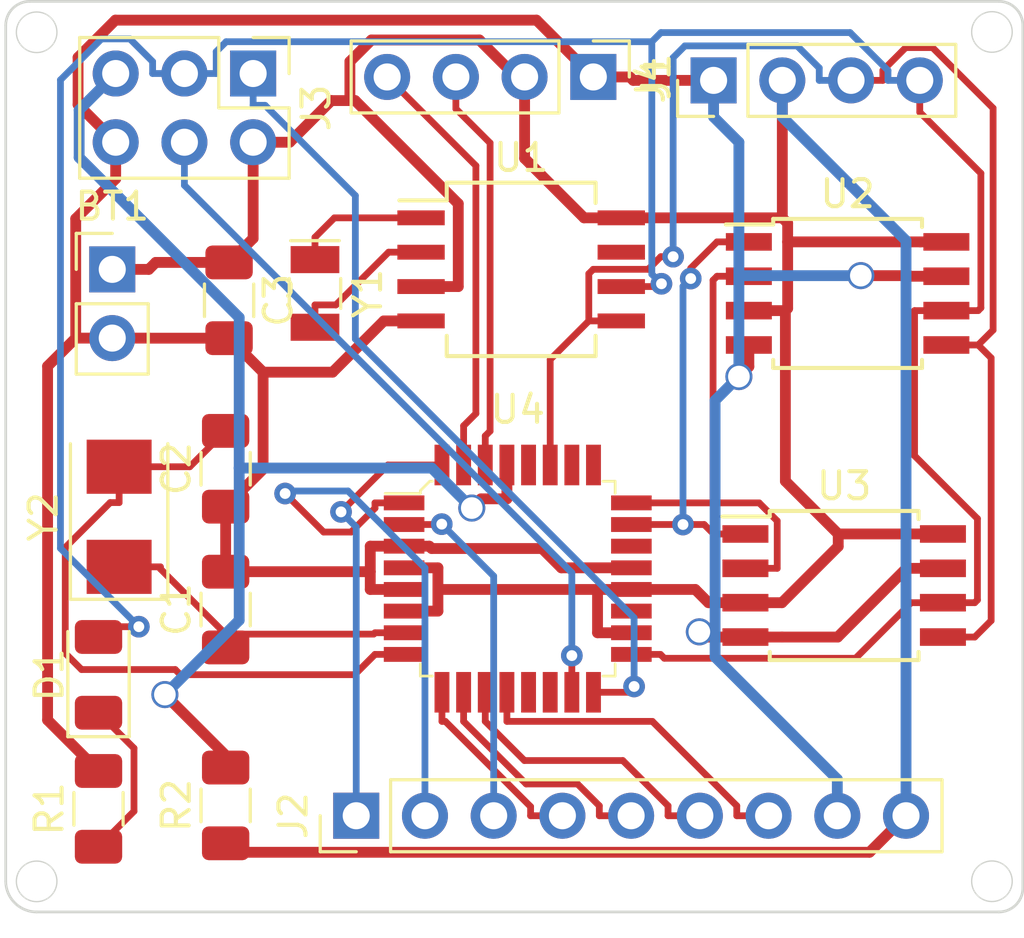
<source format=kicad_pcb>
(kicad_pcb (version 20171130) (host pcbnew "(5.1.4)-1")

  (general
    (thickness 1.6)
    (drawings 12)
    (tracks 318)
    (zones 0)
    (modules 17)
    (nets 32)
  )

  (page A4)
  (title_block
    (title "UDEMY Arduino Clone PCB")
    (date 2019-11-14)
    (rev V1)
    (company DBIT)
    (comment 1 "Jithin Saji Isaac")
  )

  (layers
    (0 F.Cu signal)
    (1 In1.Cu power)
    (2 In2.Cu power)
    (31 B.Cu signal)
    (32 B.Adhes user)
    (33 F.Adhes user)
    (34 B.Paste user)
    (35 F.Paste user)
    (36 B.SilkS user)
    (37 F.SilkS user)
    (38 B.Mask user)
    (39 F.Mask user)
    (40 Dwgs.User user)
    (41 Cmts.User user)
    (42 Eco1.User user)
    (43 Eco2.User user)
    (44 Edge.Cuts user)
    (45 Margin user)
    (46 B.CrtYd user)
    (47 F.CrtYd user)
    (48 B.Fab user)
    (49 F.Fab user)
  )

  (setup
    (last_trace_width 0.25)
    (user_trace_width 0.3)
    (user_trace_width 0.4)
    (user_trace_width 0.5)
    (user_trace_width 0.6)
    (user_trace_width 0.7)
    (user_trace_width 0.8)
    (trace_clearance 0.2)
    (zone_clearance 0.508)
    (zone_45_only no)
    (trace_min 0.2)
    (via_size 0.8)
    (via_drill 0.4)
    (via_min_size 0.4)
    (via_min_drill 0.3)
    (user_via 1 0.6)
    (uvia_size 0.3)
    (uvia_drill 0.1)
    (uvias_allowed no)
    (uvia_min_size 0.2)
    (uvia_min_drill 0.1)
    (edge_width 0.05)
    (segment_width 0.2)
    (pcb_text_width 0.3)
    (pcb_text_size 1.5 1.5)
    (mod_edge_width 0.12)
    (mod_text_size 1 1)
    (mod_text_width 0.15)
    (pad_size 1.524 1.524)
    (pad_drill 0.762)
    (pad_to_mask_clearance 0.051)
    (solder_mask_min_width 0.25)
    (aux_axis_origin 0 0)
    (visible_elements 7FFFFFFF)
    (pcbplotparams
      (layerselection 0x010fc_ffffffff)
      (usegerberextensions false)
      (usegerberattributes false)
      (usegerberadvancedattributes false)
      (creategerberjobfile false)
      (excludeedgelayer true)
      (linewidth 0.100000)
      (plotframeref false)
      (viasonmask false)
      (mode 1)
      (useauxorigin false)
      (hpglpennumber 1)
      (hpglpenspeed 20)
      (hpglpendiameter 15.000000)
      (psnegative false)
      (psa4output false)
      (plotreference true)
      (plotvalue true)
      (plotinvisibletext false)
      (padsonsilk false)
      (subtractmaskfromsilk false)
      (outputformat 1)
      (mirror false)
      (drillshape 1)
      (scaleselection 1)
      (outputdirectory ""))
  )

  (net 0 "")
  (net 1 /VCC)
  (net 2 GNDPWR)
  (net 3 "Net-(C1-Pad1)")
  (net 4 "Net-(C2-Pad2)")
  (net 5 "Net-(D1-Pad1)")
  (net 6 /SCK)
  (net 7 /TX)
  (net 8 /RX)
  (net 9 /D2)
  (net 10 /D3)
  (net 11 /D4)
  (net 12 /D5)
  (net 13 /D6)
  (net 14 /D7)
  (net 15 /D8)
  (net 16 /MISO)
  (net 17 /MOSI)
  (net 18 /RESET)
  (net 19 /SDA)
  (net 20 "Net-(U1-Pad1)")
  (net 21 "Net-(U1-Pad2)")
  (net 22 "Net-(U1-Pad7)")
  (net 23 /ADDS1)
  (net 24 /ADDS2)
  (net 25 "Net-(U4-Pad13)")
  (net 26 "Net-(U4-Pad14)")
  (net 27 "Net-(U4-Pad19)")
  (net 28 "Net-(U4-Pad22)")
  (net 29 "Net-(U4-Pad25)")
  (net 30 "Net-(U4-Pad26)")
  (net 31 "Net-(U4-Pad28)")

  (net_class Default "This is the default net class."
    (clearance 0.2)
    (trace_width 0.25)
    (via_dia 0.8)
    (via_drill 0.4)
    (uvia_dia 0.3)
    (uvia_drill 0.1)
    (add_net /ADDS1)
    (add_net /ADDS2)
    (add_net /D2)
    (add_net /D3)
    (add_net /D4)
    (add_net /D5)
    (add_net /D6)
    (add_net /D7)
    (add_net /D8)
    (add_net /MISO)
    (add_net /MOSI)
    (add_net /RX)
    (add_net /SCK)
    (add_net /SDA)
    (add_net /TX)
    (add_net "Net-(C1-Pad1)")
    (add_net "Net-(C2-Pad2)")
    (add_net "Net-(D1-Pad1)")
    (add_net "Net-(U1-Pad1)")
    (add_net "Net-(U1-Pad2)")
    (add_net "Net-(U1-Pad7)")
    (add_net "Net-(U4-Pad13)")
    (add_net "Net-(U4-Pad14)")
    (add_net "Net-(U4-Pad19)")
    (add_net "Net-(U4-Pad22)")
    (add_net "Net-(U4-Pad25)")
    (add_net "Net-(U4-Pad26)")
    (add_net "Net-(U4-Pad28)")
  )

  (net_class Power ""
    (clearance 0.3)
    (trace_width 0.4)
    (via_dia 1)
    (via_drill 0.8)
    (uvia_dia 0.3)
    (uvia_drill 0.1)
    (diff_pair_width 0.5)
    (diff_pair_gap 0.25)
    (add_net /RESET)
    (add_net /VCC)
    (add_net GNDPWR)
  )

  (module Connector_PinHeader_2.54mm:PinHeader_1x02_P2.54mm_Vertical (layer F.Cu) (tedit 59FED5CC) (tstamp 5DCD3292)
    (at 82.55 94.996)
    (descr "Through hole straight pin header, 1x02, 2.54mm pitch, single row")
    (tags "Through hole pin header THT 1x02 2.54mm single row")
    (path /5DCC4C42)
    (fp_text reference BT1 (at 0 -2.33) (layer F.SilkS)
      (effects (font (size 1 1) (thickness 0.15)))
    )
    (fp_text value Battery3V3 (at 0 4.87) (layer F.Fab)
      (effects (font (size 1 1) (thickness 0.15)))
    )
    (fp_line (start -0.635 -1.27) (end 1.27 -1.27) (layer F.Fab) (width 0.1))
    (fp_line (start 1.27 -1.27) (end 1.27 3.81) (layer F.Fab) (width 0.1))
    (fp_line (start 1.27 3.81) (end -1.27 3.81) (layer F.Fab) (width 0.1))
    (fp_line (start -1.27 3.81) (end -1.27 -0.635) (layer F.Fab) (width 0.1))
    (fp_line (start -1.27 -0.635) (end -0.635 -1.27) (layer F.Fab) (width 0.1))
    (fp_line (start -1.33 3.87) (end 1.33 3.87) (layer F.SilkS) (width 0.12))
    (fp_line (start -1.33 1.27) (end -1.33 3.87) (layer F.SilkS) (width 0.12))
    (fp_line (start 1.33 1.27) (end 1.33 3.87) (layer F.SilkS) (width 0.12))
    (fp_line (start -1.33 1.27) (end 1.33 1.27) (layer F.SilkS) (width 0.12))
    (fp_line (start -1.33 0) (end -1.33 -1.33) (layer F.SilkS) (width 0.12))
    (fp_line (start -1.33 -1.33) (end 0 -1.33) (layer F.SilkS) (width 0.12))
    (fp_line (start -1.8 -1.8) (end -1.8 4.35) (layer F.CrtYd) (width 0.05))
    (fp_line (start -1.8 4.35) (end 1.8 4.35) (layer F.CrtYd) (width 0.05))
    (fp_line (start 1.8 4.35) (end 1.8 -1.8) (layer F.CrtYd) (width 0.05))
    (fp_line (start 1.8 -1.8) (end -1.8 -1.8) (layer F.CrtYd) (width 0.05))
    (fp_text user %R (at 0 1.27 90) (layer F.Fab)
      (effects (font (size 1 1) (thickness 0.15)))
    )
    (pad 1 thru_hole rect (at 0 0) (size 1.7 1.7) (drill 1) (layers *.Cu *.Mask)
      (net 1 /VCC))
    (pad 2 thru_hole oval (at 0 2.54) (size 1.7 1.7) (drill 1) (layers *.Cu *.Mask)
      (net 2 GNDPWR))
    (model ${KISYS3DMOD}/Connector_PinHeader_2.54mm.3dshapes/PinHeader_1x02_P2.54mm_Vertical.wrl
      (at (xyz 0 0 0))
      (scale (xyz 1 1 1))
      (rotate (xyz 0 0 0))
    )
  )

  (module Capacitor_SMD:C_1206_3216Metric (layer F.Cu) (tedit 5B301BBE) (tstamp 5DCD32A3)
    (at 86.741 107.569 90)
    (descr "Capacitor SMD 1206 (3216 Metric), square (rectangular) end terminal, IPC_7351 nominal, (Body size source: http://www.tortai-tech.com/upload/download/2011102023233369053.pdf), generated with kicad-footprint-generator")
    (tags capacitor)
    (path /5DCC5C3D)
    (attr smd)
    (fp_text reference C1 (at 0 -1.82 90) (layer F.SilkS)
      (effects (font (size 1 1) (thickness 0.15)))
    )
    (fp_text value 22pF (at 0 1.82 90) (layer F.Fab)
      (effects (font (size 1 1) (thickness 0.15)))
    )
    (fp_text user %R (at 0 0 90) (layer F.Fab)
      (effects (font (size 0.8 0.8) (thickness 0.12)))
    )
    (fp_line (start 2.28 1.12) (end -2.28 1.12) (layer F.CrtYd) (width 0.05))
    (fp_line (start 2.28 -1.12) (end 2.28 1.12) (layer F.CrtYd) (width 0.05))
    (fp_line (start -2.28 -1.12) (end 2.28 -1.12) (layer F.CrtYd) (width 0.05))
    (fp_line (start -2.28 1.12) (end -2.28 -1.12) (layer F.CrtYd) (width 0.05))
    (fp_line (start -0.602064 0.91) (end 0.602064 0.91) (layer F.SilkS) (width 0.12))
    (fp_line (start -0.602064 -0.91) (end 0.602064 -0.91) (layer F.SilkS) (width 0.12))
    (fp_line (start 1.6 0.8) (end -1.6 0.8) (layer F.Fab) (width 0.1))
    (fp_line (start 1.6 -0.8) (end 1.6 0.8) (layer F.Fab) (width 0.1))
    (fp_line (start -1.6 -0.8) (end 1.6 -0.8) (layer F.Fab) (width 0.1))
    (fp_line (start -1.6 0.8) (end -1.6 -0.8) (layer F.Fab) (width 0.1))
    (pad 2 smd roundrect (at 1.4 0 90) (size 1.25 1.75) (layers F.Cu F.Paste F.Mask) (roundrect_rratio 0.2)
      (net 2 GNDPWR))
    (pad 1 smd roundrect (at -1.4 0 90) (size 1.25 1.75) (layers F.Cu F.Paste F.Mask) (roundrect_rratio 0.2)
      (net 3 "Net-(C1-Pad1)"))
    (model ${KISYS3DMOD}/Capacitor_SMD.3dshapes/C_1206_3216Metric.wrl
      (at (xyz 0 0 0))
      (scale (xyz 1 1 1))
      (rotate (xyz 0 0 0))
    )
  )

  (module Capacitor_SMD:C_1206_3216Metric (layer F.Cu) (tedit 5B301BBE) (tstamp 5DCD32B4)
    (at 86.741 102.365 90)
    (descr "Capacitor SMD 1206 (3216 Metric), square (rectangular) end terminal, IPC_7351 nominal, (Body size source: http://www.tortai-tech.com/upload/download/2011102023233369053.pdf), generated with kicad-footprint-generator")
    (tags capacitor)
    (path /5DCC6546)
    (attr smd)
    (fp_text reference C2 (at 0 -1.82 90) (layer F.SilkS)
      (effects (font (size 1 1) (thickness 0.15)))
    )
    (fp_text value 22pF (at 0 1.82 90) (layer F.Fab)
      (effects (font (size 1 1) (thickness 0.15)))
    )
    (fp_line (start -1.6 0.8) (end -1.6 -0.8) (layer F.Fab) (width 0.1))
    (fp_line (start -1.6 -0.8) (end 1.6 -0.8) (layer F.Fab) (width 0.1))
    (fp_line (start 1.6 -0.8) (end 1.6 0.8) (layer F.Fab) (width 0.1))
    (fp_line (start 1.6 0.8) (end -1.6 0.8) (layer F.Fab) (width 0.1))
    (fp_line (start -0.602064 -0.91) (end 0.602064 -0.91) (layer F.SilkS) (width 0.12))
    (fp_line (start -0.602064 0.91) (end 0.602064 0.91) (layer F.SilkS) (width 0.12))
    (fp_line (start -2.28 1.12) (end -2.28 -1.12) (layer F.CrtYd) (width 0.05))
    (fp_line (start -2.28 -1.12) (end 2.28 -1.12) (layer F.CrtYd) (width 0.05))
    (fp_line (start 2.28 -1.12) (end 2.28 1.12) (layer F.CrtYd) (width 0.05))
    (fp_line (start 2.28 1.12) (end -2.28 1.12) (layer F.CrtYd) (width 0.05))
    (fp_text user %R (at 0 0 90) (layer F.Fab)
      (effects (font (size 0.8 0.8) (thickness 0.12)))
    )
    (pad 1 smd roundrect (at -1.4 0 90) (size 1.25 1.75) (layers F.Cu F.Paste F.Mask) (roundrect_rratio 0.2)
      (net 2 GNDPWR))
    (pad 2 smd roundrect (at 1.4 0 90) (size 1.25 1.75) (layers F.Cu F.Paste F.Mask) (roundrect_rratio 0.2)
      (net 4 "Net-(C2-Pad2)"))
    (model ${KISYS3DMOD}/Capacitor_SMD.3dshapes/C_1206_3216Metric.wrl
      (at (xyz 0 0 0))
      (scale (xyz 1 1 1))
      (rotate (xyz 0 0 0))
    )
  )

  (module Capacitor_SMD:C_1206_3216Metric (layer F.Cu) (tedit 5B301BBE) (tstamp 5DCD32C5)
    (at 86.868 96.139 270)
    (descr "Capacitor SMD 1206 (3216 Metric), square (rectangular) end terminal, IPC_7351 nominal, (Body size source: http://www.tortai-tech.com/upload/download/2011102023233369053.pdf), generated with kicad-footprint-generator")
    (tags capacitor)
    (path /5DCC5365)
    (attr smd)
    (fp_text reference C3 (at 0 -1.82 90) (layer F.SilkS)
      (effects (font (size 1 1) (thickness 0.15)))
    )
    (fp_text value 10uF (at 0 1.82 90) (layer F.Fab)
      (effects (font (size 1 1) (thickness 0.15)))
    )
    (fp_line (start -1.6 0.8) (end -1.6 -0.8) (layer F.Fab) (width 0.1))
    (fp_line (start -1.6 -0.8) (end 1.6 -0.8) (layer F.Fab) (width 0.1))
    (fp_line (start 1.6 -0.8) (end 1.6 0.8) (layer F.Fab) (width 0.1))
    (fp_line (start 1.6 0.8) (end -1.6 0.8) (layer F.Fab) (width 0.1))
    (fp_line (start -0.602064 -0.91) (end 0.602064 -0.91) (layer F.SilkS) (width 0.12))
    (fp_line (start -0.602064 0.91) (end 0.602064 0.91) (layer F.SilkS) (width 0.12))
    (fp_line (start -2.28 1.12) (end -2.28 -1.12) (layer F.CrtYd) (width 0.05))
    (fp_line (start -2.28 -1.12) (end 2.28 -1.12) (layer F.CrtYd) (width 0.05))
    (fp_line (start 2.28 -1.12) (end 2.28 1.12) (layer F.CrtYd) (width 0.05))
    (fp_line (start 2.28 1.12) (end -2.28 1.12) (layer F.CrtYd) (width 0.05))
    (fp_text user %R (at 0 0 90) (layer F.Fab)
      (effects (font (size 0.8 0.8) (thickness 0.12)))
    )
    (pad 1 smd roundrect (at -1.4 0 270) (size 1.25 1.75) (layers F.Cu F.Paste F.Mask) (roundrect_rratio 0.2)
      (net 1 /VCC))
    (pad 2 smd roundrect (at 1.4 0 270) (size 1.25 1.75) (layers F.Cu F.Paste F.Mask) (roundrect_rratio 0.2)
      (net 2 GNDPWR))
    (model ${KISYS3DMOD}/Capacitor_SMD.3dshapes/C_1206_3216Metric.wrl
      (at (xyz 0 0 0))
      (scale (xyz 1 1 1))
      (rotate (xyz 0 0 0))
    )
  )

  (module LED_SMD:LED_1206_3216Metric (layer F.Cu) (tedit 5B301BBE) (tstamp 5DCD32D8)
    (at 82.042 109.982 90)
    (descr "LED SMD 1206 (3216 Metric), square (rectangular) end terminal, IPC_7351 nominal, (Body size source: http://www.tortai-tech.com/upload/download/2011102023233369053.pdf), generated with kicad-footprint-generator")
    (tags diode)
    (path /5DCC696B)
    (attr smd)
    (fp_text reference D1 (at 0 -1.82 90) (layer F.SilkS)
      (effects (font (size 1 1) (thickness 0.15)))
    )
    (fp_text value LED (at 0 1.82 90) (layer F.Fab)
      (effects (font (size 1 1) (thickness 0.15)))
    )
    (fp_line (start 1.6 -0.8) (end -1.2 -0.8) (layer F.Fab) (width 0.1))
    (fp_line (start -1.2 -0.8) (end -1.6 -0.4) (layer F.Fab) (width 0.1))
    (fp_line (start -1.6 -0.4) (end -1.6 0.8) (layer F.Fab) (width 0.1))
    (fp_line (start -1.6 0.8) (end 1.6 0.8) (layer F.Fab) (width 0.1))
    (fp_line (start 1.6 0.8) (end 1.6 -0.8) (layer F.Fab) (width 0.1))
    (fp_line (start 1.6 -1.135) (end -2.285 -1.135) (layer F.SilkS) (width 0.12))
    (fp_line (start -2.285 -1.135) (end -2.285 1.135) (layer F.SilkS) (width 0.12))
    (fp_line (start -2.285 1.135) (end 1.6 1.135) (layer F.SilkS) (width 0.12))
    (fp_line (start -2.28 1.12) (end -2.28 -1.12) (layer F.CrtYd) (width 0.05))
    (fp_line (start -2.28 -1.12) (end 2.28 -1.12) (layer F.CrtYd) (width 0.05))
    (fp_line (start 2.28 -1.12) (end 2.28 1.12) (layer F.CrtYd) (width 0.05))
    (fp_line (start 2.28 1.12) (end -2.28 1.12) (layer F.CrtYd) (width 0.05))
    (fp_text user %R (at 0 0 90) (layer F.Fab)
      (effects (font (size 0.8 0.8) (thickness 0.12)))
    )
    (pad 1 smd roundrect (at -1.4 0 90) (size 1.25 1.75) (layers F.Cu F.Paste F.Mask) (roundrect_rratio 0.2)
      (net 5 "Net-(D1-Pad1)"))
    (pad 2 smd roundrect (at 1.4 0 90) (size 1.25 1.75) (layers F.Cu F.Paste F.Mask) (roundrect_rratio 0.2)
      (net 6 /SCK))
    (model ${KISYS3DMOD}/LED_SMD.3dshapes/LED_1206_3216Metric.wrl
      (at (xyz 0 0 0))
      (scale (xyz 1 1 1))
      (rotate (xyz 0 0 0))
    )
  )

  (module Connector_PinHeader_2.54mm:PinHeader_1x04_P2.54mm_Vertical (layer F.Cu) (tedit 59FED5CC) (tstamp 5DCD32F0)
    (at 100.33 87.884 270)
    (descr "Through hole straight pin header, 1x04, 2.54mm pitch, single row")
    (tags "Through hole pin header THT 1x04 2.54mm single row")
    (path /5DCCD809/5DCCE891)
    (fp_text reference J1 (at 0 -2.33 90) (layer F.SilkS)
      (effects (font (size 1 1) (thickness 0.15)))
    )
    (fp_text value Serial (at 0 9.95 90) (layer F.Fab)
      (effects (font (size 1 1) (thickness 0.15)))
    )
    (fp_text user %R (at 0 3.81) (layer F.Fab)
      (effects (font (size 1 1) (thickness 0.15)))
    )
    (fp_line (start 1.8 -1.8) (end -1.8 -1.8) (layer F.CrtYd) (width 0.05))
    (fp_line (start 1.8 9.4) (end 1.8 -1.8) (layer F.CrtYd) (width 0.05))
    (fp_line (start -1.8 9.4) (end 1.8 9.4) (layer F.CrtYd) (width 0.05))
    (fp_line (start -1.8 -1.8) (end -1.8 9.4) (layer F.CrtYd) (width 0.05))
    (fp_line (start -1.33 -1.33) (end 0 -1.33) (layer F.SilkS) (width 0.12))
    (fp_line (start -1.33 0) (end -1.33 -1.33) (layer F.SilkS) (width 0.12))
    (fp_line (start -1.33 1.27) (end 1.33 1.27) (layer F.SilkS) (width 0.12))
    (fp_line (start 1.33 1.27) (end 1.33 8.95) (layer F.SilkS) (width 0.12))
    (fp_line (start -1.33 1.27) (end -1.33 8.95) (layer F.SilkS) (width 0.12))
    (fp_line (start -1.33 8.95) (end 1.33 8.95) (layer F.SilkS) (width 0.12))
    (fp_line (start -1.27 -0.635) (end -0.635 -1.27) (layer F.Fab) (width 0.1))
    (fp_line (start -1.27 8.89) (end -1.27 -0.635) (layer F.Fab) (width 0.1))
    (fp_line (start 1.27 8.89) (end -1.27 8.89) (layer F.Fab) (width 0.1))
    (fp_line (start 1.27 -1.27) (end 1.27 8.89) (layer F.Fab) (width 0.1))
    (fp_line (start -0.635 -1.27) (end 1.27 -1.27) (layer F.Fab) (width 0.1))
    (pad 4 thru_hole oval (at 0 7.62 270) (size 1.7 1.7) (drill 1) (layers *.Cu *.Mask)
      (net 7 /TX))
    (pad 3 thru_hole oval (at 0 5.08 270) (size 1.7 1.7) (drill 1) (layers *.Cu *.Mask)
      (net 8 /RX))
    (pad 2 thru_hole oval (at 0 2.54 270) (size 1.7 1.7) (drill 1) (layers *.Cu *.Mask)
      (net 1 /VCC))
    (pad 1 thru_hole rect (at 0 0 270) (size 1.7 1.7) (drill 1) (layers *.Cu *.Mask)
      (net 2 GNDPWR))
    (model ${KISYS3DMOD}/Connector_PinHeader_2.54mm.3dshapes/PinHeader_1x04_P2.54mm_Vertical.wrl
      (at (xyz 0 0 0))
      (scale (xyz 1 1 1))
      (rotate (xyz 0 0 0))
    )
  )

  (module Connector_PinHeader_2.54mm:PinHeader_1x09_P2.54mm_Vertical (layer F.Cu) (tedit 59FED5CC) (tstamp 5DCD330D)
    (at 91.567 115.189 90)
    (descr "Through hole straight pin header, 1x09, 2.54mm pitch, single row")
    (tags "Through hole pin header THT 1x09 2.54mm single row")
    (path /5DCCD809/5DCCDEBB)
    (fp_text reference J2 (at 0 -2.33 90) (layer F.SilkS)
      (effects (font (size 1 1) (thickness 0.15)))
    )
    (fp_text value "Digital Pins" (at 0 22.65 90) (layer F.Fab)
      (effects (font (size 1 1) (thickness 0.15)))
    )
    (fp_line (start -0.635 -1.27) (end 1.27 -1.27) (layer F.Fab) (width 0.1))
    (fp_line (start 1.27 -1.27) (end 1.27 21.59) (layer F.Fab) (width 0.1))
    (fp_line (start 1.27 21.59) (end -1.27 21.59) (layer F.Fab) (width 0.1))
    (fp_line (start -1.27 21.59) (end -1.27 -0.635) (layer F.Fab) (width 0.1))
    (fp_line (start -1.27 -0.635) (end -0.635 -1.27) (layer F.Fab) (width 0.1))
    (fp_line (start -1.33 21.65) (end 1.33 21.65) (layer F.SilkS) (width 0.12))
    (fp_line (start -1.33 1.27) (end -1.33 21.65) (layer F.SilkS) (width 0.12))
    (fp_line (start 1.33 1.27) (end 1.33 21.65) (layer F.SilkS) (width 0.12))
    (fp_line (start -1.33 1.27) (end 1.33 1.27) (layer F.SilkS) (width 0.12))
    (fp_line (start -1.33 0) (end -1.33 -1.33) (layer F.SilkS) (width 0.12))
    (fp_line (start -1.33 -1.33) (end 0 -1.33) (layer F.SilkS) (width 0.12))
    (fp_line (start -1.8 -1.8) (end -1.8 22.1) (layer F.CrtYd) (width 0.05))
    (fp_line (start -1.8 22.1) (end 1.8 22.1) (layer F.CrtYd) (width 0.05))
    (fp_line (start 1.8 22.1) (end 1.8 -1.8) (layer F.CrtYd) (width 0.05))
    (fp_line (start 1.8 -1.8) (end -1.8 -1.8) (layer F.CrtYd) (width 0.05))
    (fp_text user %R (at 0 10.16) (layer F.Fab)
      (effects (font (size 1 1) (thickness 0.15)))
    )
    (pad 1 thru_hole rect (at 0 0 90) (size 1.7 1.7) (drill 1) (layers *.Cu *.Mask)
      (net 9 /D2))
    (pad 2 thru_hole oval (at 0 2.54 90) (size 1.7 1.7) (drill 1) (layers *.Cu *.Mask)
      (net 10 /D3))
    (pad 3 thru_hole oval (at 0 5.08 90) (size 1.7 1.7) (drill 1) (layers *.Cu *.Mask)
      (net 11 /D4))
    (pad 4 thru_hole oval (at 0 7.62 90) (size 1.7 1.7) (drill 1) (layers *.Cu *.Mask)
      (net 12 /D5))
    (pad 5 thru_hole oval (at 0 10.16 90) (size 1.7 1.7) (drill 1) (layers *.Cu *.Mask)
      (net 13 /D6))
    (pad 6 thru_hole oval (at 0 12.7 90) (size 1.7 1.7) (drill 1) (layers *.Cu *.Mask)
      (net 14 /D7))
    (pad 7 thru_hole oval (at 0 15.24 90) (size 1.7 1.7) (drill 1) (layers *.Cu *.Mask)
      (net 15 /D8))
    (pad 8 thru_hole oval (at 0 17.78 90) (size 1.7 1.7) (drill 1) (layers *.Cu *.Mask)
      (net 2 GNDPWR))
    (pad 9 thru_hole oval (at 0 20.32 90) (size 1.7 1.7) (drill 1) (layers *.Cu *.Mask)
      (net 1 /VCC))
    (model ${KISYS3DMOD}/Connector_PinHeader_2.54mm.3dshapes/PinHeader_1x09_P2.54mm_Vertical.wrl
      (at (xyz 0 0 0))
      (scale (xyz 1 1 1))
      (rotate (xyz 0 0 0))
    )
  )

  (module Connector_PinHeader_2.54mm:PinHeader_2x03_P2.54mm_Vertical (layer F.Cu) (tedit 59FED5CC) (tstamp 5DCD3329)
    (at 87.757 87.757 270)
    (descr "Through hole straight pin header, 2x03, 2.54mm pitch, double rows")
    (tags "Through hole pin header THT 2x03 2.54mm double row")
    (path /5DCCD809/5DCCF05B)
    (fp_text reference J3 (at 1.27 -2.33 90) (layer F.SilkS)
      (effects (font (size 1 1) (thickness 0.15)))
    )
    (fp_text value ICSP (at 1.27 7.41 90) (layer F.Fab)
      (effects (font (size 1 1) (thickness 0.15)))
    )
    (fp_line (start 0 -1.27) (end 3.81 -1.27) (layer F.Fab) (width 0.1))
    (fp_line (start 3.81 -1.27) (end 3.81 6.35) (layer F.Fab) (width 0.1))
    (fp_line (start 3.81 6.35) (end -1.27 6.35) (layer F.Fab) (width 0.1))
    (fp_line (start -1.27 6.35) (end -1.27 0) (layer F.Fab) (width 0.1))
    (fp_line (start -1.27 0) (end 0 -1.27) (layer F.Fab) (width 0.1))
    (fp_line (start -1.33 6.41) (end 3.87 6.41) (layer F.SilkS) (width 0.12))
    (fp_line (start -1.33 1.27) (end -1.33 6.41) (layer F.SilkS) (width 0.12))
    (fp_line (start 3.87 -1.33) (end 3.87 6.41) (layer F.SilkS) (width 0.12))
    (fp_line (start -1.33 1.27) (end 1.27 1.27) (layer F.SilkS) (width 0.12))
    (fp_line (start 1.27 1.27) (end 1.27 -1.33) (layer F.SilkS) (width 0.12))
    (fp_line (start 1.27 -1.33) (end 3.87 -1.33) (layer F.SilkS) (width 0.12))
    (fp_line (start -1.33 0) (end -1.33 -1.33) (layer F.SilkS) (width 0.12))
    (fp_line (start -1.33 -1.33) (end 0 -1.33) (layer F.SilkS) (width 0.12))
    (fp_line (start -1.8 -1.8) (end -1.8 6.85) (layer F.CrtYd) (width 0.05))
    (fp_line (start -1.8 6.85) (end 4.35 6.85) (layer F.CrtYd) (width 0.05))
    (fp_line (start 4.35 6.85) (end 4.35 -1.8) (layer F.CrtYd) (width 0.05))
    (fp_line (start 4.35 -1.8) (end -1.8 -1.8) (layer F.CrtYd) (width 0.05))
    (fp_text user %R (at 1.27 1.27) (layer F.Fab)
      (effects (font (size 1 1) (thickness 0.15)))
    )
    (pad 1 thru_hole rect (at 0 0 270) (size 1.7 1.7) (drill 1) (layers *.Cu *.Mask)
      (net 16 /MISO))
    (pad 2 thru_hole oval (at 2.54 0 270) (size 1.7 1.7) (drill 1) (layers *.Cu *.Mask)
      (net 1 /VCC))
    (pad 3 thru_hole oval (at 0 2.54 270) (size 1.7 1.7) (drill 1) (layers *.Cu *.Mask)
      (net 6 /SCK))
    (pad 4 thru_hole oval (at 2.54 2.54 270) (size 1.7 1.7) (drill 1) (layers *.Cu *.Mask)
      (net 17 /MOSI))
    (pad 5 thru_hole oval (at 0 5.08 270) (size 1.7 1.7) (drill 1) (layers *.Cu *.Mask)
      (net 18 /RESET))
    (pad 6 thru_hole oval (at 2.54 5.08 270) (size 1.7 1.7) (drill 1) (layers *.Cu *.Mask)
      (net 2 GNDPWR))
    (model ${KISYS3DMOD}/Connector_PinHeader_2.54mm.3dshapes/PinHeader_2x03_P2.54mm_Vertical.wrl
      (at (xyz 0 0 0))
      (scale (xyz 1 1 1))
      (rotate (xyz 0 0 0))
    )
  )

  (module Connector_PinHeader_2.54mm:PinHeader_1x04_P2.54mm_Vertical (layer F.Cu) (tedit 59FED5CC) (tstamp 5DCD3341)
    (at 104.775 88.011 90)
    (descr "Through hole straight pin header, 1x04, 2.54mm pitch, single row")
    (tags "Through hole pin header THT 1x04 2.54mm single row")
    (path /5DCCD809/5DCD0494)
    (fp_text reference J4 (at 0 -2.33 90) (layer F.SilkS)
      (effects (font (size 1 1) (thickness 0.15)))
    )
    (fp_text value I2C (at 0 9.95 90) (layer F.Fab)
      (effects (font (size 1 1) (thickness 0.15)))
    )
    (fp_line (start -0.635 -1.27) (end 1.27 -1.27) (layer F.Fab) (width 0.1))
    (fp_line (start 1.27 -1.27) (end 1.27 8.89) (layer F.Fab) (width 0.1))
    (fp_line (start 1.27 8.89) (end -1.27 8.89) (layer F.Fab) (width 0.1))
    (fp_line (start -1.27 8.89) (end -1.27 -0.635) (layer F.Fab) (width 0.1))
    (fp_line (start -1.27 -0.635) (end -0.635 -1.27) (layer F.Fab) (width 0.1))
    (fp_line (start -1.33 8.95) (end 1.33 8.95) (layer F.SilkS) (width 0.12))
    (fp_line (start -1.33 1.27) (end -1.33 8.95) (layer F.SilkS) (width 0.12))
    (fp_line (start 1.33 1.27) (end 1.33 8.95) (layer F.SilkS) (width 0.12))
    (fp_line (start -1.33 1.27) (end 1.33 1.27) (layer F.SilkS) (width 0.12))
    (fp_line (start -1.33 0) (end -1.33 -1.33) (layer F.SilkS) (width 0.12))
    (fp_line (start -1.33 -1.33) (end 0 -1.33) (layer F.SilkS) (width 0.12))
    (fp_line (start -1.8 -1.8) (end -1.8 9.4) (layer F.CrtYd) (width 0.05))
    (fp_line (start -1.8 9.4) (end 1.8 9.4) (layer F.CrtYd) (width 0.05))
    (fp_line (start 1.8 9.4) (end 1.8 -1.8) (layer F.CrtYd) (width 0.05))
    (fp_line (start 1.8 -1.8) (end -1.8 -1.8) (layer F.CrtYd) (width 0.05))
    (fp_text user %R (at 0 3.81) (layer F.Fab)
      (effects (font (size 1 1) (thickness 0.15)))
    )
    (pad 1 thru_hole rect (at 0 0 90) (size 1.7 1.7) (drill 1) (layers *.Cu *.Mask)
      (net 2 GNDPWR))
    (pad 2 thru_hole oval (at 0 2.54 90) (size 1.7 1.7) (drill 1) (layers *.Cu *.Mask)
      (net 1 /VCC))
    (pad 3 thru_hole oval (at 0 5.08 90) (size 1.7 1.7) (drill 1) (layers *.Cu *.Mask)
      (net 19 /SDA))
    (pad 4 thru_hole oval (at 0 7.62 90) (size 1.7 1.7) (drill 1) (layers *.Cu *.Mask)
      (net 6 /SCK))
    (model ${KISYS3DMOD}/Connector_PinHeader_2.54mm.3dshapes/PinHeader_1x04_P2.54mm_Vertical.wrl
      (at (xyz 0 0 0))
      (scale (xyz 1 1 1))
      (rotate (xyz 0 0 0))
    )
  )

  (module Resistor_SMD:R_1206_3216Metric (layer F.Cu) (tedit 5B301BBD) (tstamp 5DCD3352)
    (at 82.042 114.935 90)
    (descr "Resistor SMD 1206 (3216 Metric), square (rectangular) end terminal, IPC_7351 nominal, (Body size source: http://www.tortai-tech.com/upload/download/2011102023233369053.pdf), generated with kicad-footprint-generator")
    (tags resistor)
    (path /5DCC7592)
    (attr smd)
    (fp_text reference R1 (at 0 -1.82 90) (layer F.SilkS)
      (effects (font (size 1 1) (thickness 0.15)))
    )
    (fp_text value 330Ohm (at 0 1.82 90) (layer F.Fab)
      (effects (font (size 1 1) (thickness 0.15)))
    )
    (fp_line (start -1.6 0.8) (end -1.6 -0.8) (layer F.Fab) (width 0.1))
    (fp_line (start -1.6 -0.8) (end 1.6 -0.8) (layer F.Fab) (width 0.1))
    (fp_line (start 1.6 -0.8) (end 1.6 0.8) (layer F.Fab) (width 0.1))
    (fp_line (start 1.6 0.8) (end -1.6 0.8) (layer F.Fab) (width 0.1))
    (fp_line (start -0.602064 -0.91) (end 0.602064 -0.91) (layer F.SilkS) (width 0.12))
    (fp_line (start -0.602064 0.91) (end 0.602064 0.91) (layer F.SilkS) (width 0.12))
    (fp_line (start -2.28 1.12) (end -2.28 -1.12) (layer F.CrtYd) (width 0.05))
    (fp_line (start -2.28 -1.12) (end 2.28 -1.12) (layer F.CrtYd) (width 0.05))
    (fp_line (start 2.28 -1.12) (end 2.28 1.12) (layer F.CrtYd) (width 0.05))
    (fp_line (start 2.28 1.12) (end -2.28 1.12) (layer F.CrtYd) (width 0.05))
    (fp_text user %R (at 0 0 90) (layer F.Fab)
      (effects (font (size 0.8 0.8) (thickness 0.12)))
    )
    (pad 1 smd roundrect (at -1.4 0 90) (size 1.25 1.75) (layers F.Cu F.Paste F.Mask) (roundrect_rratio 0.2)
      (net 5 "Net-(D1-Pad1)"))
    (pad 2 smd roundrect (at 1.4 0 90) (size 1.25 1.75) (layers F.Cu F.Paste F.Mask) (roundrect_rratio 0.2)
      (net 2 GNDPWR))
    (model ${KISYS3DMOD}/Resistor_SMD.3dshapes/R_1206_3216Metric.wrl
      (at (xyz 0 0 0))
      (scale (xyz 1 1 1))
      (rotate (xyz 0 0 0))
    )
  )

  (module Resistor_SMD:R_1206_3216Metric (layer F.Cu) (tedit 5B301BBD) (tstamp 5DCD3363)
    (at 86.741 114.808 90)
    (descr "Resistor SMD 1206 (3216 Metric), square (rectangular) end terminal, IPC_7351 nominal, (Body size source: http://www.tortai-tech.com/upload/download/2011102023233369053.pdf), generated with kicad-footprint-generator")
    (tags resistor)
    (path /5DCC7CE4)
    (attr smd)
    (fp_text reference R2 (at 0 -1.82 90) (layer F.SilkS)
      (effects (font (size 1 1) (thickness 0.15)))
    )
    (fp_text value 10kOhm (at 0 1.82 90) (layer F.Fab)
      (effects (font (size 1 1) (thickness 0.15)))
    )
    (fp_text user %R (at 0 0 90) (layer F.Fab)
      (effects (font (size 0.8 0.8) (thickness 0.12)))
    )
    (fp_line (start 2.28 1.12) (end -2.28 1.12) (layer F.CrtYd) (width 0.05))
    (fp_line (start 2.28 -1.12) (end 2.28 1.12) (layer F.CrtYd) (width 0.05))
    (fp_line (start -2.28 -1.12) (end 2.28 -1.12) (layer F.CrtYd) (width 0.05))
    (fp_line (start -2.28 1.12) (end -2.28 -1.12) (layer F.CrtYd) (width 0.05))
    (fp_line (start -0.602064 0.91) (end 0.602064 0.91) (layer F.SilkS) (width 0.12))
    (fp_line (start -0.602064 -0.91) (end 0.602064 -0.91) (layer F.SilkS) (width 0.12))
    (fp_line (start 1.6 0.8) (end -1.6 0.8) (layer F.Fab) (width 0.1))
    (fp_line (start 1.6 -0.8) (end 1.6 0.8) (layer F.Fab) (width 0.1))
    (fp_line (start -1.6 -0.8) (end 1.6 -0.8) (layer F.Fab) (width 0.1))
    (fp_line (start -1.6 0.8) (end -1.6 -0.8) (layer F.Fab) (width 0.1))
    (pad 2 smd roundrect (at 1.4 0 90) (size 1.25 1.75) (layers F.Cu F.Paste F.Mask) (roundrect_rratio 0.2)
      (net 18 /RESET))
    (pad 1 smd roundrect (at -1.4 0 90) (size 1.25 1.75) (layers F.Cu F.Paste F.Mask) (roundrect_rratio 0.2)
      (net 1 /VCC))
    (model ${KISYS3DMOD}/Resistor_SMD.3dshapes/R_1206_3216Metric.wrl
      (at (xyz 0 0 0))
      (scale (xyz 1 1 1))
      (rotate (xyz 0 0 0))
    )
  )

  (module Package_SO:SO-8_5.3x6.2mm_P1.27mm (layer F.Cu) (tedit 5A02F2D3) (tstamp 5DCD3380)
    (at 97.663 94.996)
    (descr "8-Lead Plastic Small Outline, 5.3x6.2mm Body (http://www.ti.com.cn/cn/lit/ds/symlink/tl7705a.pdf)")
    (tags "SOIC 1.27")
    (path /5DCD8FC8)
    (attr smd)
    (fp_text reference U1 (at 0 -4.13) (layer F.SilkS)
      (effects (font (size 1 1) (thickness 0.15)))
    )
    (fp_text value DS1337_RTC_I2C_IJS_V1 (at 0 4.13) (layer F.Fab)
      (effects (font (size 1 1) (thickness 0.15)))
    )
    (fp_text user %R (at 0 0) (layer F.Fab)
      (effects (font (size 1 1) (thickness 0.15)))
    )
    (fp_line (start -1.65 -3.1) (end 2.65 -3.1) (layer F.Fab) (width 0.15))
    (fp_line (start 2.65 -3.1) (end 2.65 3.1) (layer F.Fab) (width 0.15))
    (fp_line (start 2.65 3.1) (end -2.65 3.1) (layer F.Fab) (width 0.15))
    (fp_line (start -2.65 3.1) (end -2.65 -2.1) (layer F.Fab) (width 0.15))
    (fp_line (start -2.65 -2.1) (end -1.65 -3.1) (layer F.Fab) (width 0.15))
    (fp_line (start -4.83 -3.35) (end -4.83 3.35) (layer F.CrtYd) (width 0.05))
    (fp_line (start 4.83 -3.35) (end 4.83 3.35) (layer F.CrtYd) (width 0.05))
    (fp_line (start -4.83 -3.35) (end 4.83 -3.35) (layer F.CrtYd) (width 0.05))
    (fp_line (start -4.83 3.35) (end 4.83 3.35) (layer F.CrtYd) (width 0.05))
    (fp_line (start -2.75 -3.205) (end -2.75 -2.55) (layer F.SilkS) (width 0.15))
    (fp_line (start 2.75 -3.205) (end 2.75 -2.455) (layer F.SilkS) (width 0.15))
    (fp_line (start 2.75 3.205) (end 2.75 2.455) (layer F.SilkS) (width 0.15))
    (fp_line (start -2.75 3.205) (end -2.75 2.455) (layer F.SilkS) (width 0.15))
    (fp_line (start -2.75 -3.205) (end 2.75 -3.205) (layer F.SilkS) (width 0.15))
    (fp_line (start -2.75 3.205) (end 2.75 3.205) (layer F.SilkS) (width 0.15))
    (fp_line (start -2.75 -2.55) (end -4.5 -2.55) (layer F.SilkS) (width 0.15))
    (pad 1 smd rect (at -3.7 -1.905) (size 1.75 0.55) (layers F.Cu F.Paste F.Mask)
      (net 20 "Net-(U1-Pad1)"))
    (pad 2 smd rect (at -3.7 -0.635) (size 1.75 0.55) (layers F.Cu F.Paste F.Mask)
      (net 21 "Net-(U1-Pad2)"))
    (pad 3 smd rect (at -3.7 0.635) (size 1.75 0.55) (layers F.Cu F.Paste F.Mask)
      (net 1 /VCC))
    (pad 4 smd rect (at -3.7 1.905) (size 1.75 0.55) (layers F.Cu F.Paste F.Mask)
      (net 2 GNDPWR))
    (pad 5 smd rect (at 3.7 1.905) (size 1.75 0.55) (layers F.Cu F.Paste F.Mask)
      (net 19 /SDA))
    (pad 6 smd rect (at 3.7 0.635) (size 1.75 0.55) (layers F.Cu F.Paste F.Mask)
      (net 6 /SCK))
    (pad 7 smd rect (at 3.7 -0.635) (size 1.75 0.55) (layers F.Cu F.Paste F.Mask)
      (net 22 "Net-(U1-Pad7)"))
    (pad 8 smd rect (at 3.7 -1.905) (size 1.75 0.55) (layers F.Cu F.Paste F.Mask)
      (net 1 /VCC))
    (model ${KISYS3DMOD}/Package_SO.3dshapes/SO-8_5.3x6.2mm_P1.27mm.wrl
      (at (xyz 0 0 0))
      (scale (xyz 1 1 1))
      (rotate (xyz 0 0 0))
    )
  )

  (module Package_SO:SOIJ-8_5.3x5.3mm_P1.27mm (layer F.Cu) (tedit 5A02F2D3) (tstamp 5DCD339D)
    (at 109.728 95.885)
    (descr "8-Lead Plastic Small Outline (SM) - Medium, 5.28 mm Body [SOIC] (see Microchip Packaging Specification 00000049BS.pdf)")
    (tags "SOIC 1.27")
    (path /5DCC81F6)
    (attr smd)
    (fp_text reference U2 (at 0 -3.68) (layer F.SilkS)
      (effects (font (size 1 1) (thickness 0.15)))
    )
    (fp_text value 24LC1025 (at 0 3.68) (layer F.Fab)
      (effects (font (size 1 1) (thickness 0.15)))
    )
    (fp_text user %R (at 0 0) (layer F.Fab)
      (effects (font (size 1 1) (thickness 0.15)))
    )
    (fp_line (start -1.65 -2.65) (end 2.65 -2.65) (layer F.Fab) (width 0.15))
    (fp_line (start 2.65 -2.65) (end 2.65 2.65) (layer F.Fab) (width 0.15))
    (fp_line (start 2.65 2.65) (end -2.65 2.65) (layer F.Fab) (width 0.15))
    (fp_line (start -2.65 2.65) (end -2.65 -1.65) (layer F.Fab) (width 0.15))
    (fp_line (start -2.65 -1.65) (end -1.65 -2.65) (layer F.Fab) (width 0.15))
    (fp_line (start -4.75 -2.95) (end -4.75 2.95) (layer F.CrtYd) (width 0.05))
    (fp_line (start 4.75 -2.95) (end 4.75 2.95) (layer F.CrtYd) (width 0.05))
    (fp_line (start -4.75 -2.95) (end 4.75 -2.95) (layer F.CrtYd) (width 0.05))
    (fp_line (start -4.75 2.95) (end 4.75 2.95) (layer F.CrtYd) (width 0.05))
    (fp_line (start -2.75 -2.755) (end -2.75 -2.55) (layer F.SilkS) (width 0.15))
    (fp_line (start 2.75 -2.755) (end 2.75 -2.455) (layer F.SilkS) (width 0.15))
    (fp_line (start 2.75 2.755) (end 2.75 2.455) (layer F.SilkS) (width 0.15))
    (fp_line (start -2.75 2.755) (end -2.75 2.455) (layer F.SilkS) (width 0.15))
    (fp_line (start -2.75 -2.755) (end 2.75 -2.755) (layer F.SilkS) (width 0.15))
    (fp_line (start -2.75 2.755) (end 2.75 2.755) (layer F.SilkS) (width 0.15))
    (fp_line (start -2.75 -2.55) (end -4.5 -2.55) (layer F.SilkS) (width 0.15))
    (pad 1 smd rect (at -3.65 -1.905) (size 1.7 0.65) (layers F.Cu F.Paste F.Mask)
      (net 23 /ADDS1))
    (pad 2 smd rect (at -3.65 -0.635) (size 1.7 0.65) (layers F.Cu F.Paste F.Mask)
      (net 24 /ADDS2))
    (pad 3 smd rect (at -3.65 0.635) (size 1.7 0.65) (layers F.Cu F.Paste F.Mask)
      (net 1 /VCC))
    (pad 4 smd rect (at -3.65 1.905) (size 1.7 0.65) (layers F.Cu F.Paste F.Mask)
      (net 2 GNDPWR))
    (pad 5 smd rect (at 3.65 1.905) (size 1.7 0.65) (layers F.Cu F.Paste F.Mask)
      (net 19 /SDA))
    (pad 6 smd rect (at 3.65 0.635) (size 1.7 0.65) (layers F.Cu F.Paste F.Mask)
      (net 6 /SCK))
    (pad 7 smd rect (at 3.65 -0.635) (size 1.7 0.65) (layers F.Cu F.Paste F.Mask)
      (net 2 GNDPWR))
    (pad 8 smd rect (at 3.65 -1.905) (size 1.7 0.65) (layers F.Cu F.Paste F.Mask)
      (net 1 /VCC))
    (model ${KISYS3DMOD}/Package_SO.3dshapes/SOIJ-8_5.3x5.3mm_P1.27mm.wrl
      (at (xyz 0 0 0))
      (scale (xyz 1 1 1))
      (rotate (xyz 0 0 0))
    )
  )

  (module Package_SO:SOIJ-8_5.3x5.3mm_P1.27mm (layer F.Cu) (tedit 5A02F2D3) (tstamp 5DCD33BA)
    (at 109.601 106.68)
    (descr "8-Lead Plastic Small Outline (SM) - Medium, 5.28 mm Body [SOIC] (see Microchip Packaging Specification 00000049BS.pdf)")
    (tags "SOIC 1.27")
    (path /5DCDC4D1)
    (attr smd)
    (fp_text reference U3 (at 0 -3.68) (layer F.SilkS)
      (effects (font (size 1 1) (thickness 0.15)))
    )
    (fp_text value 24LC1025 (at 0 3.68) (layer F.Fab)
      (effects (font (size 1 1) (thickness 0.15)))
    )
    (fp_line (start -2.75 -2.55) (end -4.5 -2.55) (layer F.SilkS) (width 0.15))
    (fp_line (start -2.75 2.755) (end 2.75 2.755) (layer F.SilkS) (width 0.15))
    (fp_line (start -2.75 -2.755) (end 2.75 -2.755) (layer F.SilkS) (width 0.15))
    (fp_line (start -2.75 2.755) (end -2.75 2.455) (layer F.SilkS) (width 0.15))
    (fp_line (start 2.75 2.755) (end 2.75 2.455) (layer F.SilkS) (width 0.15))
    (fp_line (start 2.75 -2.755) (end 2.75 -2.455) (layer F.SilkS) (width 0.15))
    (fp_line (start -2.75 -2.755) (end -2.75 -2.55) (layer F.SilkS) (width 0.15))
    (fp_line (start -4.75 2.95) (end 4.75 2.95) (layer F.CrtYd) (width 0.05))
    (fp_line (start -4.75 -2.95) (end 4.75 -2.95) (layer F.CrtYd) (width 0.05))
    (fp_line (start 4.75 -2.95) (end 4.75 2.95) (layer F.CrtYd) (width 0.05))
    (fp_line (start -4.75 -2.95) (end -4.75 2.95) (layer F.CrtYd) (width 0.05))
    (fp_line (start -2.65 -1.65) (end -1.65 -2.65) (layer F.Fab) (width 0.15))
    (fp_line (start -2.65 2.65) (end -2.65 -1.65) (layer F.Fab) (width 0.15))
    (fp_line (start 2.65 2.65) (end -2.65 2.65) (layer F.Fab) (width 0.15))
    (fp_line (start 2.65 -2.65) (end 2.65 2.65) (layer F.Fab) (width 0.15))
    (fp_line (start -1.65 -2.65) (end 2.65 -2.65) (layer F.Fab) (width 0.15))
    (fp_text user %R (at 0 0) (layer F.Fab)
      (effects (font (size 1 1) (thickness 0.15)))
    )
    (pad 8 smd rect (at 3.65 -1.905) (size 1.7 0.65) (layers F.Cu F.Paste F.Mask)
      (net 1 /VCC))
    (pad 7 smd rect (at 3.65 -0.635) (size 1.7 0.65) (layers F.Cu F.Paste F.Mask)
      (net 2 GNDPWR))
    (pad 6 smd rect (at 3.65 0.635) (size 1.7 0.65) (layers F.Cu F.Paste F.Mask)
      (net 6 /SCK))
    (pad 5 smd rect (at 3.65 1.905) (size 1.7 0.65) (layers F.Cu F.Paste F.Mask)
      (net 19 /SDA))
    (pad 4 smd rect (at -3.65 1.905) (size 1.7 0.65) (layers F.Cu F.Paste F.Mask)
      (net 2 GNDPWR))
    (pad 3 smd rect (at -3.65 0.635) (size 1.7 0.65) (layers F.Cu F.Paste F.Mask)
      (net 1 /VCC))
    (pad 2 smd rect (at -3.65 -0.635) (size 1.7 0.65) (layers F.Cu F.Paste F.Mask)
      (net 24 /ADDS2))
    (pad 1 smd rect (at -3.65 -1.905) (size 1.7 0.65) (layers F.Cu F.Paste F.Mask)
      (net 23 /ADDS1))
    (model ${KISYS3DMOD}/Package_SO.3dshapes/SOIJ-8_5.3x5.3mm_P1.27mm.wrl
      (at (xyz 0 0 0))
      (scale (xyz 1 1 1))
      (rotate (xyz 0 0 0))
    )
  )

  (module digikey-footprints:TQFP-32_7x7mm (layer F.Cu) (tedit 5D28AA5E) (tstamp 5DCD37EF)
    (at 97.536 106.426)
    (descr http://www.atmel.com/Images/Atmel-8826-SEEPROM-PCB-Mounting-Guidelines-Surface-Mount-Packages-ApplicationNote.pdf)
    (path /5DCD434F)
    (attr smd)
    (fp_text reference U4 (at 0 -6.25) (layer F.SilkS)
      (effects (font (size 1 1) (thickness 0.15)))
    )
    (fp_text value ATMEGA328P-AU (at 0 6.2) (layer F.Fab)
      (effects (font (size 1 1) (thickness 0.15)))
    )
    (fp_text user %R (at 0 0) (layer F.Fab)
      (effects (font (size 1 1) (thickness 0.15)))
    )
    (fp_line (start -5.2 5.2) (end 5.2 5.2) (layer F.CrtYd) (width 0.05))
    (fp_line (start -5.2 -5.2) (end -5.2 5.2) (layer F.CrtYd) (width 0.05))
    (fp_line (start 5.2 -5.2) (end 5.2 5.2) (layer F.CrtYd) (width 0.05))
    (fp_line (start -5.2 -5.2) (end 5.2 -5.2) (layer F.CrtYd) (width 0.05))
    (fp_line (start -3.15 -3.6) (end -3.25 -3.6) (layer F.SilkS) (width 0.1))
    (fp_line (start -3.25 -3.6) (end -3.6 -3.25) (layer F.SilkS) (width 0.1))
    (fp_line (start -3.6 -3.25) (end -3.6 -3.15) (layer F.SilkS) (width 0.1))
    (fp_line (start -3.6 -3.15) (end -4.9 -3.15) (layer F.SilkS) (width 0.1))
    (fp_line (start 3.6 -3.6) (end 3.15 -3.6) (layer F.SilkS) (width 0.1))
    (fp_line (start 3.6 -3.6) (end 3.6 -3.15) (layer F.SilkS) (width 0.1))
    (fp_line (start 3.6 3.6) (end 3.6 3.15) (layer F.SilkS) (width 0.1))
    (fp_line (start 3.6 3.6) (end 3.15 3.6) (layer F.SilkS) (width 0.1))
    (fp_line (start -3.6 3.6) (end -3.15 3.6) (layer F.SilkS) (width 0.1))
    (fp_line (start -3.6 3.6) (end -3.6 3.15) (layer F.SilkS) (width 0.1))
    (fp_line (start -3.5 -3.2) (end -3.5 3.5) (layer F.Fab) (width 0.1))
    (fp_line (start -3.2 -3.5) (end 3.5 -3.5) (layer F.Fab) (width 0.1))
    (fp_line (start -3.5 -3.2) (end -3.2 -3.5) (layer F.Fab) (width 0.1))
    (fp_line (start -3.5 3.5) (end 3.5 3.5) (layer F.Fab) (width 0.1))
    (fp_line (start 3.5 -3.5) (end 3.5 3.5) (layer F.Fab) (width 0.1))
    (pad 9 smd rect (at -2.8 4.2) (size 0.55 1.5) (layers F.Cu F.Paste F.Mask)
      (net 12 /D5))
    (pad 1 smd rect (at -4.2 -2.8) (size 1.5 0.55) (layers F.Cu F.Paste F.Mask)
      (net 10 /D3))
    (pad 2 smd rect (at -4.2 -2) (size 1.5 0.55) (layers F.Cu F.Paste F.Mask)
      (net 11 /D4))
    (pad 3 smd rect (at -4.2 -1.2) (size 1.5 0.55) (layers F.Cu F.Paste F.Mask)
      (net 2 GNDPWR))
    (pad 4 smd rect (at -4.2 -0.4) (size 1.5 0.55) (layers F.Cu F.Paste F.Mask)
      (net 1 /VCC))
    (pad 5 smd rect (at -4.2 0.4) (size 1.5 0.55) (layers F.Cu F.Paste F.Mask)
      (net 2 GNDPWR))
    (pad 6 smd rect (at -4.2 1.2) (size 1.5 0.55) (layers F.Cu F.Paste F.Mask)
      (net 1 /VCC))
    (pad 7 smd rect (at -4.2 2) (size 1.5 0.55) (layers F.Cu F.Paste F.Mask)
      (net 3 "Net-(C1-Pad1)"))
    (pad 8 smd rect (at -4.2 2.8) (size 1.5 0.55) (layers F.Cu F.Paste F.Mask)
      (net 4 "Net-(C2-Pad2)"))
    (pad 10 smd rect (at -2 4.2) (size 0.55 1.5) (layers F.Cu F.Paste F.Mask)
      (net 13 /D6))
    (pad 11 smd rect (at -1.2 4.2) (size 0.55 1.5) (layers F.Cu F.Paste F.Mask)
      (net 14 /D7))
    (pad 12 smd rect (at -0.4 4.2) (size 0.55 1.5) (layers F.Cu F.Paste F.Mask)
      (net 15 /D8))
    (pad 13 smd rect (at 0.4 4.2) (size 0.55 1.5) (layers F.Cu F.Paste F.Mask)
      (net 25 "Net-(U4-Pad13)"))
    (pad 14 smd rect (at 1.2 4.2) (size 0.55 1.5) (layers F.Cu F.Paste F.Mask)
      (net 26 "Net-(U4-Pad14)"))
    (pad 15 smd rect (at 2 4.2) (size 0.55 1.5) (layers F.Cu F.Paste F.Mask)
      (net 17 /MOSI))
    (pad 16 smd rect (at 2.8 4.2) (size 0.55 1.5) (layers F.Cu F.Paste F.Mask)
      (net 16 /MISO))
    (pad 17 smd rect (at 4.2 2.8) (size 1.5 0.55) (layers F.Cu F.Paste F.Mask)
      (net 6 /SCK))
    (pad 18 smd rect (at 4.2 2) (size 1.5 0.55) (layers F.Cu F.Paste F.Mask)
      (net 1 /VCC))
    (pad 19 smd rect (at 4.2 1.2) (size 1.5 0.55) (layers F.Cu F.Paste F.Mask)
      (net 27 "Net-(U4-Pad19)"))
    (pad 20 smd rect (at 4.2 0.4) (size 1.5 0.55) (layers F.Cu F.Paste F.Mask)
      (net 1 /VCC))
    (pad 21 smd rect (at 4.2 -0.4) (size 1.5 0.55) (layers F.Cu F.Paste F.Mask)
      (net 2 GNDPWR))
    (pad 22 smd rect (at 4.2 -1.2) (size 1.5 0.55) (layers F.Cu F.Paste F.Mask)
      (net 28 "Net-(U4-Pad22)"))
    (pad 23 smd rect (at 4.2 -2) (size 1.5 0.55) (layers F.Cu F.Paste F.Mask)
      (net 23 /ADDS1))
    (pad 24 smd rect (at 4.2 -2.8) (size 1.5 0.55) (layers F.Cu F.Paste F.Mask)
      (net 24 /ADDS2))
    (pad 25 smd rect (at 2.8 -4.2) (size 0.55 1.5) (layers F.Cu F.Paste F.Mask)
      (net 29 "Net-(U4-Pad25)"))
    (pad 26 smd rect (at 2 -4.2) (size 0.55 1.5) (layers F.Cu F.Paste F.Mask)
      (net 30 "Net-(U4-Pad26)"))
    (pad 27 smd rect (at 1.2 -4.2) (size 0.55 1.5) (layers F.Cu F.Paste F.Mask)
      (net 19 /SDA))
    (pad 28 smd rect (at 0.4 -4.2) (size 0.55 1.5) (layers F.Cu F.Paste F.Mask)
      (net 31 "Net-(U4-Pad28)"))
    (pad 29 smd rect (at -0.4 -4.2) (size 0.55 1.5) (layers F.Cu F.Paste F.Mask)
      (net 18 /RESET))
    (pad 30 smd rect (at -1.2 -4.2) (size 0.55 1.5) (layers F.Cu F.Paste F.Mask)
      (net 8 /RX))
    (pad 31 smd rect (at -2 -4.2) (size 0.55 1.5) (layers F.Cu F.Paste F.Mask)
      (net 7 /TX))
    (pad 32 smd rect (at -2.8 -4.2) (size 0.55 1.5) (layers F.Cu F.Paste F.Mask)
      (net 9 /D2))
  )

  (module Crystal:Crystal_SMD_MicroCrystal_CC7V-T1A-2Pin_3.2x1.5mm (layer F.Cu) (tedit 5D24C08C) (tstamp 5DCD3405)
    (at 90.043 95.885 270)
    (descr "SMD Crystal MicroCrystal CC7V-T1A/CM7V-T1A series https://www.microcrystal.com/fileadmin/Media/Products/32kHz/Datasheet/CC7V-T1A.pdf, 3.2x1.5mm^2 package")
    (tags "SMD SMT crystal")
    (path /5DCD9CF2)
    (attr smd)
    (fp_text reference Y1 (at 0 -1.95 90) (layer F.SilkS)
      (effects (font (size 1 1) (thickness 0.15)))
    )
    (fp_text value "Crystal 32MHz" (at 0 1.95 90) (layer F.Fab)
      (effects (font (size 1 1) (thickness 0.15)))
    )
    (fp_text user %R (at 0 0 90) (layer F.Fab)
      (effects (font (size 0.7 0.7) (thickness 0.105)))
    )
    (fp_line (start -1.6 -0.75) (end -1.6 0.75) (layer F.Fab) (width 0.1))
    (fp_line (start -1.6 0.75) (end 1.6 0.75) (layer F.Fab) (width 0.1))
    (fp_line (start 1.6 0.75) (end 1.6 -0.75) (layer F.Fab) (width 0.1))
    (fp_line (start 1.6 -0.75) (end -1.6 -0.75) (layer F.Fab) (width 0.1))
    (fp_line (start -1.6 0.25) (end -1.1 0.75) (layer F.Fab) (width 0.1))
    (fp_line (start -0.55 -0.95) (end 0.55 -0.95) (layer F.SilkS) (width 0.12))
    (fp_line (start -0.55 0.95) (end 0.55 0.95) (layer F.SilkS) (width 0.12))
    (fp_line (start -1.95 -0.9) (end -1.95 0.9) (layer F.SilkS) (width 0.12))
    (fp_line (start -2 -1.2) (end -2 1.2) (layer F.CrtYd) (width 0.05))
    (fp_line (start -2 1.2) (end 2 1.2) (layer F.CrtYd) (width 0.05))
    (fp_line (start 2 1.2) (end 2 -1.2) (layer F.CrtYd) (width 0.05))
    (fp_line (start 2 -1.2) (end -2 -1.2) (layer F.CrtYd) (width 0.05))
    (pad 1 smd rect (at -1.25 0 270) (size 1 1.8) (layers F.Cu F.Paste F.Mask)
      (net 20 "Net-(U1-Pad1)"))
    (pad 2 smd rect (at 1.25 0 270) (size 1 1.8) (layers F.Cu F.Paste F.Mask)
      (net 21 "Net-(U1-Pad2)"))
    (model ${KISYS3DMOD}/Crystal.3dshapes/Crystal_SMD_MicroCrystal_CC7V-T1A-2Pin_3.2x1.5mm.wrl
      (at (xyz 0 0 0))
      (scale (xyz 1 1 1))
      (rotate (xyz 0 0 0))
    )
  )

  (module Crystal:Crystal_SMD_5032-2Pin_5.0x3.2mm (layer F.Cu) (tedit 5A0FD1B2) (tstamp 5DCD5170)
    (at 82.804 104.14 90)
    (descr "SMD Crystal SERIES SMD2520/2 http://www.icbase.com/File/PDF/HKC/HKC00061008.pdf, 5.0x3.2mm^2 package")
    (tags "SMD SMT crystal")
    (path /5DCDA54A)
    (attr smd)
    (fp_text reference Y2 (at 0 -2.8 90) (layer F.SilkS)
      (effects (font (size 1 1) (thickness 0.15)))
    )
    (fp_text value "Crystal 16MHz" (at 0 2.8 90) (layer F.Fab)
      (effects (font (size 1 1) (thickness 0.15)))
    )
    (fp_text user %R (at 0 0 90) (layer F.Fab)
      (effects (font (size 1 1) (thickness 0.15)))
    )
    (fp_line (start -2.3 -1.6) (end 2.3 -1.6) (layer F.Fab) (width 0.1))
    (fp_line (start 2.3 -1.6) (end 2.5 -1.4) (layer F.Fab) (width 0.1))
    (fp_line (start 2.5 -1.4) (end 2.5 1.4) (layer F.Fab) (width 0.1))
    (fp_line (start 2.5 1.4) (end 2.3 1.6) (layer F.Fab) (width 0.1))
    (fp_line (start 2.3 1.6) (end -2.3 1.6) (layer F.Fab) (width 0.1))
    (fp_line (start -2.3 1.6) (end -2.5 1.4) (layer F.Fab) (width 0.1))
    (fp_line (start -2.5 1.4) (end -2.5 -1.4) (layer F.Fab) (width 0.1))
    (fp_line (start -2.5 -1.4) (end -2.3 -1.6) (layer F.Fab) (width 0.1))
    (fp_line (start -2.5 0.6) (end -1.5 1.6) (layer F.Fab) (width 0.1))
    (fp_line (start 2.7 -1.8) (end -3.05 -1.8) (layer F.SilkS) (width 0.12))
    (fp_line (start -3.05 -1.8) (end -3.05 1.8) (layer F.SilkS) (width 0.12))
    (fp_line (start -3.05 1.8) (end 2.7 1.8) (layer F.SilkS) (width 0.12))
    (fp_line (start -3.1 -1.9) (end -3.1 1.9) (layer F.CrtYd) (width 0.05))
    (fp_line (start -3.1 1.9) (end 3.1 1.9) (layer F.CrtYd) (width 0.05))
    (fp_line (start 3.1 1.9) (end 3.1 -1.9) (layer F.CrtYd) (width 0.05))
    (fp_line (start 3.1 -1.9) (end -3.1 -1.9) (layer F.CrtYd) (width 0.05))
    (fp_circle (center 0 0) (end 0.4 0) (layer F.Adhes) (width 0.1))
    (fp_circle (center 0 0) (end 0.333333 0) (layer F.Adhes) (width 0.133333))
    (fp_circle (center 0 0) (end 0.213333 0) (layer F.Adhes) (width 0.133333))
    (fp_circle (center 0 0) (end 0.093333 0) (layer F.Adhes) (width 0.186667))
    (pad 1 smd rect (at -1.85 0 90) (size 2 2.4) (layers F.Cu F.Paste F.Mask)
      (net 3 "Net-(C1-Pad1)"))
    (pad 2 smd rect (at 1.85 0 90) (size 2 2.4) (layers F.Cu F.Paste F.Mask)
      (net 4 "Net-(C2-Pad2)"))
    (model ${KISYS3DMOD}/Crystal.3dshapes/Crystal_SMD_5032-2Pin_5.0x3.2mm.wrl
      (at (xyz 0 0 0))
      (scale (xyz 1 1 1))
      (rotate (xyz 0 0 0))
    )
  )

  (gr_arc (start 115.316 117.856) (end 115.316 118.745) (angle -90) (layer Edge.Cuts) (width 0.1))
  (gr_circle (center 115.062 86.221) (end 115.812 86.221) (layer Edge.Cuts) (width 0.05) (tstamp 5DCD61FD))
  (gr_circle (center 115.062 117.61) (end 115.812 117.61) (layer Edge.Cuts) (width 0.05) (tstamp 5DCD61FB))
  (gr_circle (center 79.756 117.614) (end 80.506 117.614) (layer Edge.Cuts) (width 0.05) (tstamp 5DCD61F9))
  (gr_circle (center 79.756 86.233) (end 80.506 86.233) (layer Edge.Cuts) (width 0.05))
  (gr_arc (start 79.756 117.602) (end 78.613 117.602) (angle -90) (layer Edge.Cuts) (width 0.1))
  (gr_arc (start 79.502 85.979) (end 79.502 85.09) (angle -90) (layer Edge.Cuts) (width 0.1))
  (gr_arc (start 115.316 85.979) (end 116.205 85.979) (angle -90) (layer Edge.Cuts) (width 0.1))
  (gr_line (start 115.316 85.09) (end 79.502 85.09) (layer Edge.Cuts) (width 0.1))
  (gr_line (start 116.205 117.856) (end 116.205 85.979) (layer Edge.Cuts) (width 0.1))
  (gr_line (start 79.756 118.745) (end 115.316 118.745) (layer Edge.Cuts) (width 0.1))
  (gr_line (start 78.613 85.979) (end 78.613 117.602) (layer Edge.Cuts) (width 0.1))

  (segment (start 107.5123 93.98) (end 112.4152 93.98) (width 0.4) (layer F.Cu) (net 1))
  (segment (start 107.315 93.091) (end 107.5123 93.2883) (width 0.4) (layer F.Cu) (net 1))
  (segment (start 107.5123 93.2883) (end 107.5123 93.98) (width 0.4) (layer F.Cu) (net 1))
  (segment (start 107.5123 93.98) (end 107.5123 96.436) (width 0.4) (layer F.Cu) (net 1))
  (segment (start 107.5123 96.436) (end 107.4283 96.52) (width 0.4) (layer F.Cu) (net 1))
  (segment (start 107.4283 96.52) (end 107.4283 102.8219) (width 0.4) (layer F.Cu) (net 1))
  (segment (start 107.4283 102.8219) (end 109.3814 104.775) (width 0.4) (layer F.Cu) (net 1))
  (segment (start 107.3013 107.315) (end 109.3814 105.2349) (width 0.4) (layer F.Cu) (net 1))
  (segment (start 109.3814 105.2349) (end 109.3814 104.775) (width 0.4) (layer F.Cu) (net 1))
  (segment (start 109.3814 104.775) (end 113.251 104.775) (width 0.4) (layer F.Cu) (net 1))
  (segment (start 106.078 96.52) (end 107.4283 96.52) (width 0.4) (layer F.Cu) (net 1))
  (segment (start 105.951 107.315) (end 107.3013 107.315) (width 0.4) (layer F.Cu) (net 1))
  (segment (start 101.736 106.826) (end 104.0972 106.826) (width 0.4) (layer F.Cu) (net 1))
  (segment (start 104.0972 106.826) (end 104.5862 107.315) (width 0.4) (layer F.Cu) (net 1))
  (segment (start 104.5862 107.315) (end 105.951 107.315) (width 0.4) (layer F.Cu) (net 1))
  (segment (start 100.4857 106.826) (end 101.736 106.826) (width 0.4) (layer F.Cu) (net 1))
  (segment (start 94.5863 106.826) (end 100.4857 106.826) (width 0.4) (layer F.Cu) (net 1))
  (segment (start 100.4857 106.826) (end 100.4857 108.426) (width 0.4) (layer F.Cu) (net 1))
  (segment (start 101.736 108.426) (end 100.4857 108.426) (width 0.4) (layer F.Cu) (net 1))
  (segment (start 94.5863 106.826) (end 94.5863 107.626) (width 0.4) (layer F.Cu) (net 1))
  (segment (start 94.5863 106.026) (end 94.5863 106.826) (width 0.4) (layer F.Cu) (net 1))
  (segment (start 93.336 107.626) (end 94.5863 107.626) (width 0.4) (layer F.Cu) (net 1))
  (segment (start 93.963 95.631) (end 95.3383 95.631) (width 0.4) (layer F.Cu) (net 1))
  (segment (start 91.3329 88.7571) (end 90.6472 88.7571) (width 0.4) (layer F.Cu) (net 1))
  (segment (start 90.6472 88.7571) (end 89.1073 90.297) (width 0.4) (layer F.Cu) (net 1))
  (segment (start 95.3383 95.631) (end 95.3383 92.5682) (width 0.4) (layer F.Cu) (net 1))
  (segment (start 95.3383 92.5682) (end 91.5272 88.7571) (width 0.4) (layer F.Cu) (net 1))
  (segment (start 91.5272 88.7571) (end 91.3329 88.7571) (width 0.4) (layer F.Cu) (net 1))
  (segment (start 97.79 88.1877) (end 96.1202 86.5179) (width 0.4) (layer F.Cu) (net 1))
  (segment (start 96.1202 86.5179) (end 92.1292 86.5179) (width 0.4) (layer F.Cu) (net 1))
  (segment (start 92.1292 86.5179) (end 91.3329 87.3142) (width 0.4) (layer F.Cu) (net 1))
  (segment (start 91.3329 87.3142) (end 91.3329 88.7571) (width 0.4) (layer F.Cu) (net 1))
  (segment (start 87.757 90.297) (end 89.1073 90.297) (width 0.4) (layer F.Cu) (net 1))
  (segment (start 97.79 88.1877) (end 97.79 88.4915) (width 0.4) (layer F.Cu) (net 1))
  (segment (start 97.79 87.884) (end 97.79 88.1877) (width 0.4) (layer F.Cu) (net 1))
  (segment (start 97.79 88.5591) (end 97.79 89.2343) (width 0.4) (layer F.Cu) (net 1))
  (segment (start 97.79 88.5591) (end 97.79 88.4915) (width 0.4) (layer F.Cu) (net 1))
  (segment (start 107.315 88.011) (end 107.315 89.3613) (width 0.4) (layer B.Cu) (net 1))
  (segment (start 111.887 115.189) (end 111.887 93.9333) (width 0.4) (layer B.Cu) (net 1))
  (segment (start 111.887 93.9333) (end 107.315 89.3613) (width 0.4) (layer B.Cu) (net 1))
  (segment (start 111.887 115.189) (end 110.5366 116.5394) (width 0.4) (layer F.Cu) (net 1))
  (segment (start 110.5366 116.5394) (end 87.0724 116.5394) (width 0.4) (layer F.Cu) (net 1))
  (segment (start 87.0724 116.5394) (end 86.741 116.208) (width 0.4) (layer F.Cu) (net 1))
  (segment (start 113.378 93.98) (end 112.4152 93.98) (width 0.4) (layer F.Cu) (net 1))
  (segment (start 107.315 93.091) (end 107.315 89.3613) (width 0.4) (layer F.Cu) (net 1))
  (segment (start 101.363 93.091) (end 107.315 93.091) (width 0.4) (layer F.Cu) (net 1))
  (segment (start 86.868 94.739) (end 84.1573 94.739) (width 0.4) (layer F.Cu) (net 1))
  (segment (start 84.1573 94.739) (end 83.9003 94.996) (width 0.4) (layer F.Cu) (net 1))
  (segment (start 87.757 90.297) (end 87.757 93.85) (width 0.4) (layer F.Cu) (net 1))
  (segment (start 87.757 93.85) (end 86.868 94.739) (width 0.4) (layer F.Cu) (net 1))
  (segment (start 82.55 94.996) (end 83.9003 94.996) (width 0.4) (layer F.Cu) (net 1))
  (segment (start 99.9877 93.091) (end 97.79 90.8933) (width 0.4) (layer F.Cu) (net 1))
  (segment (start 97.79 90.8933) (end 97.79 89.2343) (width 0.4) (layer F.Cu) (net 1))
  (segment (start 101.363 93.091) (end 99.9877 93.091) (width 0.4) (layer F.Cu) (net 1))
  (segment (start 107.315 88.011) (end 107.315 89.3613) (width 0.4) (layer F.Cu) (net 1))
  (segment (start 93.336 106.026) (end 94.5863 106.026) (width 0.4) (layer F.Cu) (net 1))
  (segment (start 105.7099 95.2274) (end 105.7099 98.9584) (width 0.4) (layer B.Cu) (net 2))
  (segment (start 104.775 89.3613) (end 105.7099 90.2962) (width 0.4) (layer B.Cu) (net 2))
  (segment (start 105.7099 90.2962) (end 105.7099 95.2274) (width 0.4) (layer B.Cu) (net 2))
  (segment (start 105.7099 95.2274) (end 110.2168 95.2274) (width 0.4) (layer B.Cu) (net 2))
  (segment (start 113.378 95.25) (end 112.0277 95.25) (width 0.4) (layer F.Cu) (net 2))
  (segment (start 110.2168 95.2274) (end 112.0051 95.2274) (width 0.4) (layer F.Cu) (net 2))
  (segment (start 112.0051 95.2274) (end 112.0277 95.25) (width 0.4) (layer F.Cu) (net 2))
  (segment (start 106.078 97.79) (end 106.078 98.5903) (width 0.4) (layer F.Cu) (net 2))
  (segment (start 106.078 98.5903) (end 105.7099 98.9584) (width 0.4) (layer F.Cu) (net 2))
  (segment (start 104.775 88.011) (end 104.775 89.3613) (width 0.4) (layer B.Cu) (net 2))
  (segment (start 100.33 87.884) (end 101.6803 87.884) (width 0.4) (layer F.Cu) (net 2))
  (segment (start 104.775 88.011) (end 101.8073 88.011) (width 0.4) (layer F.Cu) (net 2))
  (segment (start 101.8073 88.011) (end 101.6803 87.884) (width 0.4) (layer F.Cu) (net 2))
  (segment (start 100.33 87.884) (end 98.2305 85.7845) (width 0.4) (layer F.Cu) (net 2))
  (segment (start 98.2305 85.7845) (end 82.6651 85.7845) (width 0.4) (layer F.Cu) (net 2))
  (segment (start 82.6651 85.7845) (end 81.2872 87.1624) (width 0.4) (layer F.Cu) (net 2))
  (segment (start 81.2872 87.1624) (end 81.2872 88.9072) (width 0.4) (layer F.Cu) (net 2))
  (segment (start 81.2872 88.9072) (end 82.677 90.297) (width 0.4) (layer F.Cu) (net 2))
  (segment (start 93.336 105.226) (end 94.2685 105.226) (width 0.4) (layer F.Cu) (net 2))
  (segment (start 94.2685 105.226) (end 94.3549 105.3124) (width 0.4) (layer F.Cu) (net 2))
  (segment (start 94.3549 105.3124) (end 98.4344 105.3124) (width 0.4) (layer F.Cu) (net 2))
  (segment (start 98.4344 105.3124) (end 99.148 106.026) (width 0.4) (layer F.Cu) (net 2))
  (segment (start 99.148 106.026) (end 101.736 106.026) (width 0.4) (layer F.Cu) (net 2))
  (segment (start 92.0857 106.169) (end 92.0857 106.826) (width 0.4) (layer F.Cu) (net 2))
  (segment (start 92.0857 105.226) (end 92.0857 106.169) (width 0.4) (layer F.Cu) (net 2))
  (segment (start 92.0857 106.169) (end 86.741 106.169) (width 0.4) (layer F.Cu) (net 2))
  (segment (start 93.336 106.826) (end 92.0857 106.826) (width 0.4) (layer F.Cu) (net 2))
  (segment (start 93.336 105.226) (end 92.0857 105.226) (width 0.4) (layer F.Cu) (net 2))
  (segment (start 86.741 103.765) (end 86.741 106.169) (width 0.4) (layer F.Cu) (net 2))
  (segment (start 88.1248 98.7958) (end 88.1248 102.3812) (width 0.4) (layer F.Cu) (net 2))
  (segment (start 88.1248 102.3812) (end 86.741 103.765) (width 0.4) (layer F.Cu) (net 2))
  (segment (start 104.8303 108.3918) (end 104.8303 99.838) (width 0.4) (layer B.Cu) (net 2))
  (segment (start 104.8303 99.838) (end 105.7099 98.9584) (width 0.4) (layer B.Cu) (net 2))
  (segment (start 107.3013 108.585) (end 109.3607 108.585) (width 0.4) (layer F.Cu) (net 2))
  (segment (start 109.3607 108.585) (end 111.9007 106.045) (width 0.4) (layer F.Cu) (net 2))
  (segment (start 81.1997 97.536) (end 80.16 98.5757) (width 0.4) (layer F.Cu) (net 2))
  (segment (start 80.16 98.5757) (end 80.16 111.653) (width 0.4) (layer F.Cu) (net 2))
  (segment (start 80.16 111.653) (end 82.042 113.535) (width 0.4) (layer F.Cu) (net 2))
  (segment (start 81.1997 97.536) (end 81.1997 93.1246) (width 0.4) (layer F.Cu) (net 2))
  (segment (start 81.1997 93.1246) (end 82.677 91.6473) (width 0.4) (layer F.Cu) (net 2))
  (segment (start 82.55 97.536) (end 81.1997 97.536) (width 0.4) (layer F.Cu) (net 2))
  (segment (start 109.347 113.8387) (end 104.8303 109.322) (width 0.4) (layer B.Cu) (net 2))
  (segment (start 104.8303 109.322) (end 104.8303 108.3918) (width 0.4) (layer B.Cu) (net 2))
  (segment (start 104.8303 108.3918) (end 104.2481 108.3918) (width 0.4) (layer B.Cu) (net 2))
  (segment (start 105.951 108.585) (end 104.6007 108.585) (width 0.4) (layer F.Cu) (net 2))
  (segment (start 104.2481 108.3918) (end 104.4075 108.3918) (width 0.4) (layer F.Cu) (net 2))
  (segment (start 104.4075 108.3918) (end 104.6007 108.585) (width 0.4) (layer F.Cu) (net 2))
  (segment (start 86.868 97.539) (end 83.9033 97.539) (width 0.4) (layer F.Cu) (net 2))
  (segment (start 83.9033 97.539) (end 83.9003 97.536) (width 0.4) (layer F.Cu) (net 2))
  (segment (start 88.1248 98.7958) (end 86.868 97.539) (width 0.4) (layer F.Cu) (net 2))
  (segment (start 82.55 97.536) (end 83.9003 97.536) (width 0.4) (layer F.Cu) (net 2))
  (segment (start 82.677 90.297) (end 82.677 91.6473) (width 0.4) (layer F.Cu) (net 2))
  (segment (start 113.251 106.045) (end 111.9007 106.045) (width 0.4) (layer F.Cu) (net 2))
  (segment (start 105.951 108.585) (end 107.3013 108.585) (width 0.4) (layer F.Cu) (net 2))
  (segment (start 88.1248 98.7958) (end 90.6929 98.7958) (width 0.4) (layer F.Cu) (net 2))
  (segment (start 90.6929 98.7958) (end 92.5877 96.901) (width 0.4) (layer F.Cu) (net 2))
  (segment (start 93.963 96.901) (end 92.5877 96.901) (width 0.4) (layer F.Cu) (net 2))
  (segment (start 109.347 115.189) (end 109.347 113.8387) (width 0.4) (layer B.Cu) (net 2))
  (via (at 110.2168 95.2274) (size 1) (drill 0.8) (layers F.Cu B.Cu) (net 2))
  (via (at 105.7099 98.9584) (size 1) (drill 0.8) (layers F.Cu B.Cu) (net 2))
  (via (at 104.2481 108.3918) (size 1) (drill 0.8) (layers F.Cu B.Cu) (net 2))
  (segment (start 86.741 108.476) (end 92.2107 108.476) (width 0.25) (layer F.Cu) (net 3))
  (segment (start 92.2107 108.476) (end 92.2607 108.426) (width 0.25) (layer F.Cu) (net 3))
  (segment (start 84.3293 105.99) (end 84.3293 106.0643) (width 0.25) (layer F.Cu) (net 3))
  (segment (start 84.3293 106.0643) (end 86.741 108.476) (width 0.25) (layer F.Cu) (net 3))
  (segment (start 86.741 108.476) (end 86.741 108.969) (width 0.25) (layer F.Cu) (net 3))
  (segment (start 93.336 108.426) (end 92.2607 108.426) (width 0.25) (layer F.Cu) (net 3))
  (segment (start 82.804 105.99) (end 84.3293 105.99) (width 0.25) (layer F.Cu) (net 3))
  (segment (start 92.2607 109.226) (end 91.5105 109.9762) (width 0.25) (layer F.Cu) (net 4))
  (segment (start 91.5105 109.9762) (end 85.0682 109.9762) (width 0.25) (layer F.Cu) (net 4))
  (segment (start 85.0682 109.9762) (end 84.8781 109.7861) (width 0.25) (layer F.Cu) (net 4))
  (segment (start 84.8781 109.7861) (end 81.4149 109.7861) (width 0.25) (layer F.Cu) (net 4))
  (segment (start 81.4149 109.7861) (end 80.813 109.1842) (width 0.25) (layer F.Cu) (net 4))
  (segment (start 80.813 109.1842) (end 80.813 105.275) (width 0.25) (layer F.Cu) (net 4))
  (segment (start 80.813 105.275) (end 82.4727 103.6153) (width 0.25) (layer F.Cu) (net 4))
  (segment (start 82.4727 103.6153) (end 82.804 103.6153) (width 0.25) (layer F.Cu) (net 4))
  (segment (start 82.804 102.29) (end 82.804 103.6153) (width 0.25) (layer F.Cu) (net 4))
  (segment (start 83.1854 102.29) (end 82.804 102.29) (width 0.25) (layer F.Cu) (net 4))
  (segment (start 93.336 109.226) (end 92.2607 109.226) (width 0.25) (layer F.Cu) (net 4))
  (segment (start 86.741 100.965) (end 85.416 102.29) (width 0.25) (layer F.Cu) (net 4))
  (segment (start 85.416 102.29) (end 83.5667 102.29) (width 0.25) (layer F.Cu) (net 4))
  (segment (start 83.1854 102.29) (end 83.5667 102.29) (width 0.25) (layer F.Cu) (net 4))
  (segment (start 82.042 111.382) (end 83.3534 112.6934) (width 0.25) (layer F.Cu) (net 5))
  (segment (start 83.3534 112.6934) (end 83.3534 115.0236) (width 0.25) (layer F.Cu) (net 5))
  (segment (start 83.3534 115.0236) (end 82.042 116.335) (width 0.25) (layer F.Cu) (net 5))
  (segment (start 85.217 87.757) (end 86.3923 87.757) (width 0.25) (layer B.Cu) (net 6))
  (segment (start 102.492 86.5818) (end 102.4919 86.5817) (width 0.25) (layer B.Cu) (net 6))
  (segment (start 102.4919 86.5817) (end 86.7595 86.5817) (width 0.25) (layer B.Cu) (net 6))
  (segment (start 86.7595 86.5817) (end 86.3923 86.9489) (width 0.25) (layer B.Cu) (net 6))
  (segment (start 86.3923 86.9489) (end 86.3923 87.757) (width 0.25) (layer B.Cu) (net 6))
  (segment (start 102.492 86.5818) (end 102.8292 86.2446) (width 0.25) (layer B.Cu) (net 6))
  (segment (start 102.8292 86.2446) (end 109.8206 86.2446) (width 0.25) (layer B.Cu) (net 6))
  (segment (start 109.8206 86.2446) (end 111.2197 87.6437) (width 0.25) (layer B.Cu) (net 6))
  (segment (start 111.2197 87.6437) (end 111.2197 88.011) (width 0.25) (layer B.Cu) (net 6))
  (segment (start 102.848 95.5282) (end 102.492 95.1722) (width 0.25) (layer B.Cu) (net 6))
  (segment (start 102.492 95.1722) (end 102.492 86.5818) (width 0.25) (layer B.Cu) (net 6))
  (segment (start 85.217 87.757) (end 84.0417 87.757) (width 0.25) (layer B.Cu) (net 6))
  (segment (start 82.042 108.582) (end 82.4215 108.2025) (width 0.25) (layer F.Cu) (net 6))
  (segment (start 82.4215 108.2025) (end 83.5328 108.2025) (width 0.25) (layer F.Cu) (net 6))
  (segment (start 84.0417 87.757) (end 84.0417 87.3163) (width 0.25) (layer B.Cu) (net 6))
  (segment (start 84.0417 87.3163) (end 83.2026 86.4772) (width 0.25) (layer B.Cu) (net 6))
  (segment (start 83.2026 86.4772) (end 82.1526 86.4772) (width 0.25) (layer B.Cu) (net 6))
  (segment (start 82.1526 86.4772) (end 80.6358 87.994) (width 0.25) (layer B.Cu) (net 6))
  (segment (start 80.6358 87.994) (end 80.6358 105.3055) (width 0.25) (layer B.Cu) (net 6))
  (segment (start 80.6358 105.3055) (end 83.5328 108.2025) (width 0.25) (layer B.Cu) (net 6))
  (segment (start 113.378 96.52) (end 112.2027 96.52) (width 0.25) (layer F.Cu) (net 6))
  (segment (start 113.251 107.315) (end 114.4263 107.315) (width 0.25) (layer F.Cu) (net 6))
  (segment (start 114.4263 107.315) (end 114.5264 107.2149) (width 0.25) (layer F.Cu) (net 6))
  (segment (start 114.5264 107.2149) (end 114.5264 104.209) (width 0.25) (layer F.Cu) (net 6))
  (segment (start 114.5264 104.209) (end 112.2027 101.8853) (width 0.25) (layer F.Cu) (net 6))
  (segment (start 112.2027 101.8853) (end 112.2027 96.52) (width 0.25) (layer F.Cu) (net 6))
  (segment (start 112.726 107.315) (end 113.251 107.315) (width 0.25) (layer F.Cu) (net 6))
  (segment (start 112.726 107.315) (end 112.0757 107.315) (width 0.25) (layer F.Cu) (net 6))
  (segment (start 102.8113 109.226) (end 102.9544 109.3691) (width 0.25) (layer F.Cu) (net 6))
  (segment (start 102.9544 109.3691) (end 110.0216 109.3691) (width 0.25) (layer F.Cu) (net 6))
  (segment (start 110.0216 109.3691) (end 112.0757 107.315) (width 0.25) (layer F.Cu) (net 6))
  (segment (start 101.736 109.226) (end 102.8113 109.226) (width 0.25) (layer F.Cu) (net 6))
  (segment (start 112.395 89.1863) (end 114.6534 91.4447) (width 0.25) (layer F.Cu) (net 6))
  (segment (start 114.6534 91.4447) (end 114.6534 96.4199) (width 0.25) (layer F.Cu) (net 6))
  (segment (start 114.6534 96.4199) (end 114.5533 96.52) (width 0.25) (layer F.Cu) (net 6))
  (segment (start 112.395 88.011) (end 111.2197 88.011) (width 0.25) (layer B.Cu) (net 6))
  (segment (start 113.378 96.52) (end 114.5533 96.52) (width 0.25) (layer F.Cu) (net 6))
  (segment (start 112.395 88.011) (end 112.395 89.1863) (width 0.25) (layer F.Cu) (net 6))
  (segment (start 101.363 95.631) (end 102.5633 95.631) (width 0.25) (layer F.Cu) (net 6))
  (segment (start 102.848 95.5282) (end 102.6661 95.5282) (width 0.25) (layer F.Cu) (net 6))
  (segment (start 102.6661 95.5282) (end 102.5633 95.631) (width 0.25) (layer F.Cu) (net 6))
  (via (at 83.5328 108.2025) (size 0.8) (layers F.Cu B.Cu) (net 6))
  (via (at 102.848 95.5282) (size 0.8) (layers F.Cu B.Cu) (net 6))
  (segment (start 95.536 102.226) (end 95.536 100.778) (width 0.25) (layer F.Cu) (net 7))
  (segment (start 95.536 100.778) (end 95.9896 100.3244) (width 0.25) (layer F.Cu) (net 7))
  (segment (start 95.9896 100.3244) (end 95.9896 91.1636) (width 0.25) (layer F.Cu) (net 7))
  (segment (start 95.9896 91.1636) (end 92.71 87.884) (width 0.25) (layer F.Cu) (net 7))
  (segment (start 95.25 87.884) (end 95.25 89.0593) (width 0.25) (layer F.Cu) (net 8))
  (segment (start 96.336 102.226) (end 96.336 101.1507) (width 0.25) (layer F.Cu) (net 8))
  (segment (start 96.336 101.1507) (end 96.5146 100.9721) (width 0.25) (layer F.Cu) (net 8))
  (segment (start 96.5146 100.9721) (end 96.5146 90.3239) (width 0.25) (layer F.Cu) (net 8))
  (segment (start 96.5146 90.3239) (end 95.25 89.0593) (width 0.25) (layer F.Cu) (net 8))
  (segment (start 94.736 102.226) (end 92.7382 102.226) (width 0.25) (layer F.Cu) (net 9))
  (segment (start 92.7382 102.226) (end 91.0056 103.9586) (width 0.25) (layer F.Cu) (net 9))
  (segment (start 91.567 115.189) (end 91.567 104.52) (width 0.25) (layer B.Cu) (net 9))
  (segment (start 91.567 104.52) (end 91.0056 103.9586) (width 0.25) (layer B.Cu) (net 9))
  (via (at 91.0056 103.9586) (size 0.8) (layers F.Cu B.Cu) (net 9))
  (segment (start 93.336 103.626) (end 92.2607 103.626) (width 0.25) (layer F.Cu) (net 10))
  (segment (start 88.9387 103.2801) (end 89.0314 103.1874) (width 0.25) (layer B.Cu) (net 10))
  (segment (start 89.0314 103.1874) (end 91.2642 103.1874) (width 0.25) (layer B.Cu) (net 10))
  (segment (start 91.2642 103.1874) (end 94.107 106.0302) (width 0.25) (layer B.Cu) (net 10))
  (segment (start 94.107 106.0302) (end 94.107 115.189) (width 0.25) (layer B.Cu) (net 10))
  (segment (start 92.2607 103.626) (end 92.2607 103.821) (width 0.25) (layer F.Cu) (net 10))
  (segment (start 92.2607 103.821) (end 91.378 104.7037) (width 0.25) (layer F.Cu) (net 10))
  (segment (start 91.378 104.7037) (end 90.3623 104.7037) (width 0.25) (layer F.Cu) (net 10))
  (segment (start 90.3623 104.7037) (end 88.9387 103.2801) (width 0.25) (layer F.Cu) (net 10))
  (via (at 88.9387 103.2801) (size 0.8) (layers F.Cu B.Cu) (net 10))
  (segment (start 94.7277 104.4121) (end 96.647 106.3314) (width 0.25) (layer B.Cu) (net 11))
  (segment (start 96.647 106.3314) (end 96.647 115.189) (width 0.25) (layer B.Cu) (net 11))
  (segment (start 93.336 104.426) (end 94.7138 104.426) (width 0.25) (layer F.Cu) (net 11))
  (segment (start 94.7138 104.426) (end 94.7277 104.4121) (width 0.25) (layer F.Cu) (net 11))
  (via (at 94.7277 104.4121) (size 0.8) (layers F.Cu B.Cu) (net 11))
  (segment (start 99.187 115.189) (end 98.0117 115.189) (width 0.25) (layer F.Cu) (net 12))
  (segment (start 94.736 110.626) (end 94.736 111.7013) (width 0.25) (layer F.Cu) (net 12))
  (segment (start 94.736 111.7013) (end 94.8603 111.7013) (width 0.25) (layer F.Cu) (net 12))
  (segment (start 94.8603 111.7013) (end 98.0117 114.8527) (width 0.25) (layer F.Cu) (net 12))
  (segment (start 98.0117 114.8527) (end 98.0117 115.189) (width 0.25) (layer F.Cu) (net 12))
  (segment (start 101.727 115.189) (end 100.5517 115.189) (width 0.25) (layer F.Cu) (net 13))
  (segment (start 95.536 110.626) (end 95.536 111.7013) (width 0.25) (layer F.Cu) (net 13))
  (segment (start 95.536 111.7013) (end 97.8484 114.0137) (width 0.25) (layer F.Cu) (net 13))
  (segment (start 97.8484 114.0137) (end 99.7438 114.0137) (width 0.25) (layer F.Cu) (net 13))
  (segment (start 99.7438 114.0137) (end 100.5517 114.8216) (width 0.25) (layer F.Cu) (net 13))
  (segment (start 100.5517 114.8216) (end 100.5517 115.189) (width 0.25) (layer F.Cu) (net 13))
  (segment (start 104.267 115.189) (end 103.0917 115.189) (width 0.25) (layer F.Cu) (net 14))
  (segment (start 96.336 110.626) (end 96.336 111.7013) (width 0.25) (layer F.Cu) (net 14))
  (segment (start 96.336 111.7013) (end 97.7832 113.1485) (width 0.25) (layer F.Cu) (net 14))
  (segment (start 97.7832 113.1485) (end 101.4185 113.1485) (width 0.25) (layer F.Cu) (net 14))
  (segment (start 101.4185 113.1485) (end 103.0917 114.8217) (width 0.25) (layer F.Cu) (net 14))
  (segment (start 103.0917 114.8217) (end 103.0917 115.189) (width 0.25) (layer F.Cu) (net 14))
  (segment (start 106.807 115.189) (end 105.6317 115.189) (width 0.25) (layer F.Cu) (net 15))
  (segment (start 97.136 110.626) (end 97.136 111.7013) (width 0.25) (layer F.Cu) (net 15))
  (segment (start 97.136 111.7013) (end 102.5113 111.7013) (width 0.25) (layer F.Cu) (net 15))
  (segment (start 102.5113 111.7013) (end 105.6317 114.8217) (width 0.25) (layer F.Cu) (net 15))
  (segment (start 105.6317 114.8217) (end 105.6317 115.189) (width 0.25) (layer F.Cu) (net 15))
  (segment (start 87.757 87.757) (end 87.757 88.9323) (width 0.25) (layer B.Cu) (net 16))
  (segment (start 101.8371 110.4113) (end 101.8371 107.8718) (width 0.25) (layer B.Cu) (net 16))
  (segment (start 101.8371 107.8718) (end 91.5346 97.5693) (width 0.25) (layer B.Cu) (net 16))
  (segment (start 91.5346 97.5693) (end 91.5346 92.2692) (width 0.25) (layer B.Cu) (net 16))
  (segment (start 91.5346 92.2692) (end 88.1977 88.9323) (width 0.25) (layer B.Cu) (net 16))
  (segment (start 88.1977 88.9323) (end 87.757 88.9323) (width 0.25) (layer B.Cu) (net 16))
  (segment (start 100.336 110.626) (end 101.6224 110.626) (width 0.25) (layer F.Cu) (net 16))
  (segment (start 101.6224 110.626) (end 101.8371 110.4113) (width 0.25) (layer F.Cu) (net 16))
  (via (at 101.8371 110.4113) (size 0.8) (layers F.Cu B.Cu) (net 16))
  (segment (start 85.217 90.297) (end 85.217 91.8886) (width 0.25) (layer B.Cu) (net 17))
  (segment (start 85.217 91.8886) (end 99.536 106.2076) (width 0.25) (layer B.Cu) (net 17))
  (segment (start 99.536 106.2076) (end 99.536 109.2704) (width 0.25) (layer B.Cu) (net 17))
  (segment (start 99.536 110.626) (end 99.536 109.2704) (width 0.25) (layer F.Cu) (net 17))
  (via (at 99.536 109.2704) (size 0.8) (layers F.Cu B.Cu) (net 17))
  (segment (start 97.136 102.226) (end 97.136 103.4763) (width 0.4) (layer F.Cu) (net 18))
  (segment (start 97.136 103.4763) (end 96.1788 103.4763) (width 0.4) (layer F.Cu) (net 18))
  (segment (start 96.1788 103.4763) (end 95.8374 103.8177) (width 0.4) (layer F.Cu) (net 18))
  (segment (start 95.8374 103.8177) (end 94.3582 102.3385) (width 0.4) (layer B.Cu) (net 18))
  (segment (start 94.3582 102.3385) (end 87.2415 102.3385) (width 0.4) (layer B.Cu) (net 18))
  (segment (start 87.2415 102.3385) (end 87.2415 96.7746) (width 0.4) (layer B.Cu) (net 18))
  (segment (start 87.2415 96.7746) (end 81.3266 90.8597) (width 0.4) (layer B.Cu) (net 18))
  (segment (start 81.3266 90.8597) (end 81.3266 89.1074) (width 0.4) (layer B.Cu) (net 18))
  (segment (start 81.3266 89.1074) (end 82.677 87.757) (width 0.4) (layer B.Cu) (net 18))
  (segment (start 84.4947 110.7114) (end 87.2415 107.9646) (width 0.4) (layer B.Cu) (net 18))
  (segment (start 87.2415 107.9646) (end 87.2415 102.3385) (width 0.4) (layer B.Cu) (net 18))
  (segment (start 84.4947 110.7114) (end 86.741 112.9577) (width 0.4) (layer F.Cu) (net 18))
  (segment (start 86.741 112.9577) (end 86.741 113.408) (width 0.4) (layer F.Cu) (net 18))
  (via (at 95.8374 103.8177) (size 1) (drill 0.8) (layers F.Cu B.Cu) (net 18))
  (via (at 84.4947 110.7114) (size 1) (drill 0.8) (layers F.Cu B.Cu) (net 18))
  (segment (start 114.5533 97.79) (end 115.0331 98.2698) (width 0.25) (layer F.Cu) (net 19))
  (segment (start 115.0331 98.2698) (end 115.0331 107.9782) (width 0.25) (layer F.Cu) (net 19))
  (segment (start 115.0331 107.9782) (end 114.4263 108.585) (width 0.25) (layer F.Cu) (net 19))
  (segment (start 113.251 108.585) (end 114.4263 108.585) (width 0.25) (layer F.Cu) (net 19))
  (segment (start 114.5533 97.79) (end 115.1052 97.2381) (width 0.25) (layer F.Cu) (net 19))
  (segment (start 115.1052 97.2381) (end 115.1052 89.0382) (width 0.25) (layer F.Cu) (net 19))
  (segment (start 115.1052 89.0382) (end 112.8656 86.7986) (width 0.25) (layer F.Cu) (net 19))
  (segment (start 112.8656 86.7986) (end 111.8754 86.7986) (width 0.25) (layer F.Cu) (net 19))
  (segment (start 111.8754 86.7986) (end 111.0303 87.6437) (width 0.25) (layer F.Cu) (net 19))
  (segment (start 111.0303 87.6437) (end 111.0303 88.011) (width 0.25) (layer F.Cu) (net 19))
  (segment (start 100.1627 96.901) (end 98.736 98.3277) (width 0.25) (layer F.Cu) (net 19))
  (segment (start 98.736 98.3277) (end 98.736 102.226) (width 0.25) (layer F.Cu) (net 19))
  (segment (start 103.2792 94.5269) (end 102.8236 94.5269) (width 0.25) (layer F.Cu) (net 19))
  (segment (start 102.8236 94.5269) (end 102.3565 94.994) (width 0.25) (layer F.Cu) (net 19))
  (segment (start 102.3565 94.994) (end 100.3254 94.994) (width 0.25) (layer F.Cu) (net 19))
  (segment (start 100.3254 94.994) (end 100.1627 95.1567) (width 0.25) (layer F.Cu) (net 19))
  (segment (start 100.1627 95.1567) (end 100.1627 96.901) (width 0.25) (layer F.Cu) (net 19))
  (segment (start 113.378 97.79) (end 114.5533 97.79) (width 0.25) (layer F.Cu) (net 19))
  (segment (start 109.855 88.011) (end 109.2674 88.011) (width 0.25) (layer B.Cu) (net 19))
  (segment (start 109.855 88.011) (end 111.0303 88.011) (width 0.25) (layer F.Cu) (net 19))
  (segment (start 109.2674 88.011) (end 108.6797 88.011) (width 0.25) (layer B.Cu) (net 19))
  (segment (start 108.6797 88.011) (end 108.6797 87.5512) (width 0.25) (layer B.Cu) (net 19))
  (segment (start 108.6797 87.5512) (end 107.8641 86.7356) (width 0.25) (layer B.Cu) (net 19))
  (segment (start 107.8641 86.7356) (end 103.7146 86.7356) (width 0.25) (layer B.Cu) (net 19))
  (segment (start 103.7146 86.7356) (end 103.2792 87.171) (width 0.25) (layer B.Cu) (net 19))
  (segment (start 103.2792 87.171) (end 103.2792 94.5269) (width 0.25) (layer B.Cu) (net 19))
  (segment (start 101.363 96.901) (end 100.1627 96.901) (width 0.25) (layer F.Cu) (net 19))
  (via (at 103.2792 94.5269) (size 0.8) (layers F.Cu B.Cu) (net 19))
  (segment (start 90.043 94.635) (end 90.043 93.8097) (width 0.25) (layer F.Cu) (net 20))
  (segment (start 90.043 93.8097) (end 90.7617 93.091) (width 0.25) (layer F.Cu) (net 20))
  (segment (start 90.7617 93.091) (end 93.963 93.091) (width 0.25) (layer F.Cu) (net 20))
  (segment (start 93.963 94.361) (end 92.7627 94.361) (width 0.25) (layer F.Cu) (net 21))
  (segment (start 90.043 97.135) (end 90.043 96.3097) (width 0.25) (layer F.Cu) (net 21))
  (segment (start 90.043 96.3097) (end 90.814 96.3097) (width 0.25) (layer F.Cu) (net 21))
  (segment (start 90.814 96.3097) (end 92.7627 94.361) (width 0.25) (layer F.Cu) (net 21))
  (segment (start 103.6443 104.426) (end 103.6443 95.6203) (width 0.25) (layer B.Cu) (net 23))
  (segment (start 103.6443 95.6203) (end 103.93 95.3346) (width 0.25) (layer B.Cu) (net 23))
  (segment (start 103.6443 104.426) (end 104.4267 104.426) (width 0.25) (layer F.Cu) (net 23))
  (segment (start 104.4267 104.426) (end 104.7757 104.775) (width 0.25) (layer F.Cu) (net 23))
  (segment (start 101.736 104.426) (end 103.6443 104.426) (width 0.25) (layer F.Cu) (net 23))
  (segment (start 103.93 95.3346) (end 103.93 94.9527) (width 0.25) (layer F.Cu) (net 23))
  (segment (start 103.93 94.9527) (end 104.9027 93.98) (width 0.25) (layer F.Cu) (net 23))
  (segment (start 106.078 93.98) (end 104.9027 93.98) (width 0.25) (layer F.Cu) (net 23))
  (segment (start 105.951 104.775) (end 104.7757 104.775) (width 0.25) (layer F.Cu) (net 23))
  (via (at 103.93 95.3346) (size 0.8) (layers F.Cu B.Cu) (net 23))
  (via (at 103.6443 104.426) (size 0.8) (layers F.Cu B.Cu) (net 23))
  (segment (start 104.7554 103.626) (end 106.4595 103.626) (width 0.25) (layer F.Cu) (net 24))
  (segment (start 106.4595 103.626) (end 107.1263 104.2928) (width 0.25) (layer F.Cu) (net 24))
  (segment (start 107.1263 104.2928) (end 107.1263 106.045) (width 0.25) (layer F.Cu) (net 24))
  (segment (start 101.736 103.626) (end 104.7554 103.626) (width 0.25) (layer F.Cu) (net 24))
  (segment (start 104.7554 103.626) (end 104.7554 95.3973) (width 0.25) (layer F.Cu) (net 24))
  (segment (start 104.7554 95.3973) (end 104.9027 95.25) (width 0.25) (layer F.Cu) (net 24))
  (segment (start 106.078 95.25) (end 104.9027 95.25) (width 0.25) (layer F.Cu) (net 24))
  (segment (start 105.951 106.045) (end 107.1263 106.045) (width 0.25) (layer F.Cu) (net 24))

)

</source>
